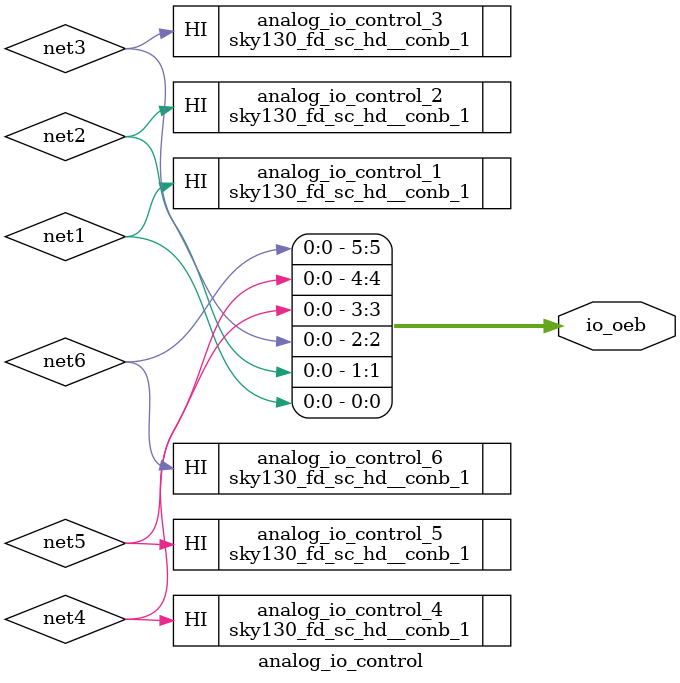
<source format=v>
module analog_io_control (io_oeb);
 output [5:0] io_oeb;

 wire net1;
 wire net2;
 wire net3;
 wire net4;
 wire net5;
 wire net6;

 sky130_fd_sc_hd__decap_3 FILLER_0_0_109 ();
 sky130_ef_sc_hd__decap_12 FILLER_0_0_113 ();
 sky130_ef_sc_hd__decap_12 FILLER_0_0_125 ();
 sky130_fd_sc_hd__decap_3 FILLER_0_0_137 ();
 sky130_fd_sc_hd__decap_4 FILLER_0_0_141 ();
 sky130_fd_sc_hd__fill_1 FILLER_0_0_145 ();
 sky130_ef_sc_hd__decap_12 FILLER_0_0_15 ();
 sky130_fd_sc_hd__fill_1 FILLER_0_0_27 ();
 sky130_ef_sc_hd__decap_12 FILLER_0_0_29 ();
 sky130_ef_sc_hd__decap_12 FILLER_0_0_3 ();
 sky130_ef_sc_hd__decap_12 FILLER_0_0_41 ();
 sky130_fd_sc_hd__decap_3 FILLER_0_0_53 ();
 sky130_ef_sc_hd__decap_12 FILLER_0_0_57 ();
 sky130_ef_sc_hd__decap_12 FILLER_0_0_69 ();
 sky130_fd_sc_hd__decap_3 FILLER_0_0_81 ();
 sky130_ef_sc_hd__decap_12 FILLER_0_0_85 ();
 sky130_ef_sc_hd__decap_12 FILLER_0_0_97 ();
 sky130_ef_sc_hd__decap_12 FILLER_0_10_109 ();
 sky130_ef_sc_hd__decap_12 FILLER_0_10_121 ();
 sky130_fd_sc_hd__decap_6 FILLER_0_10_133 ();
 sky130_fd_sc_hd__fill_1 FILLER_0_10_139 ();
 sky130_fd_sc_hd__decap_4 FILLER_0_10_141 ();
 sky130_fd_sc_hd__fill_1 FILLER_0_10_145 ();
 sky130_ef_sc_hd__decap_12 FILLER_0_10_15 ();
 sky130_fd_sc_hd__fill_1 FILLER_0_10_27 ();
 sky130_ef_sc_hd__decap_12 FILLER_0_10_29 ();
 sky130_ef_sc_hd__decap_12 FILLER_0_10_3 ();
 sky130_ef_sc_hd__decap_12 FILLER_0_10_41 ();
 sky130_ef_sc_hd__decap_12 FILLER_0_10_53 ();
 sky130_ef_sc_hd__decap_12 FILLER_0_10_65 ();
 sky130_fd_sc_hd__decap_6 FILLER_0_10_77 ();
 sky130_fd_sc_hd__fill_1 FILLER_0_10_83 ();
 sky130_ef_sc_hd__decap_12 FILLER_0_10_85 ();
 sky130_ef_sc_hd__decap_12 FILLER_0_10_97 ();
 sky130_fd_sc_hd__decap_6 FILLER_0_11_105 ();
 sky130_fd_sc_hd__fill_1 FILLER_0_11_111 ();
 sky130_ef_sc_hd__decap_12 FILLER_0_11_113 ();
 sky130_ef_sc_hd__decap_12 FILLER_0_11_125 ();
 sky130_fd_sc_hd__decap_8 FILLER_0_11_137 ();
 sky130_fd_sc_hd__fill_1 FILLER_0_11_145 ();
 sky130_ef_sc_hd__decap_12 FILLER_0_11_15 ();
 sky130_ef_sc_hd__decap_12 FILLER_0_11_27 ();
 sky130_ef_sc_hd__decap_12 FILLER_0_11_3 ();
 sky130_ef_sc_hd__decap_12 FILLER_0_11_39 ();
 sky130_fd_sc_hd__decap_4 FILLER_0_11_51 ();
 sky130_fd_sc_hd__fill_1 FILLER_0_11_55 ();
 sky130_ef_sc_hd__decap_12 FILLER_0_11_57 ();
 sky130_ef_sc_hd__decap_12 FILLER_0_11_69 ();
 sky130_ef_sc_hd__decap_12 FILLER_0_11_81 ();
 sky130_ef_sc_hd__decap_12 FILLER_0_11_93 ();
 sky130_ef_sc_hd__decap_12 FILLER_0_12_109 ();
 sky130_ef_sc_hd__decap_12 FILLER_0_12_121 ();
 sky130_fd_sc_hd__decap_6 FILLER_0_12_133 ();
 sky130_fd_sc_hd__fill_1 FILLER_0_12_139 ();
 sky130_fd_sc_hd__decap_4 FILLER_0_12_141 ();
 sky130_fd_sc_hd__fill_1 FILLER_0_12_145 ();
 sky130_ef_sc_hd__decap_12 FILLER_0_12_15 ();
 sky130_fd_sc_hd__fill_1 FILLER_0_12_27 ();
 sky130_ef_sc_hd__decap_12 FILLER_0_12_29 ();
 sky130_ef_sc_hd__decap_12 FILLER_0_12_3 ();
 sky130_ef_sc_hd__decap_12 FILLER_0_12_41 ();
 sky130_ef_sc_hd__decap_12 FILLER_0_12_53 ();
 sky130_ef_sc_hd__decap_12 FILLER_0_12_65 ();
 sky130_fd_sc_hd__decap_6 FILLER_0_12_77 ();
 sky130_fd_sc_hd__fill_1 FILLER_0_12_83 ();
 sky130_ef_sc_hd__decap_12 FILLER_0_12_85 ();
 sky130_ef_sc_hd__decap_12 FILLER_0_12_97 ();
 sky130_fd_sc_hd__decap_6 FILLER_0_13_105 ();
 sky130_fd_sc_hd__fill_1 FILLER_0_13_111 ();
 sky130_ef_sc_hd__decap_12 FILLER_0_13_113 ();
 sky130_ef_sc_hd__decap_12 FILLER_0_13_125 ();
 sky130_fd_sc_hd__decap_8 FILLER_0_13_137 ();
 sky130_fd_sc_hd__fill_1 FILLER_0_13_145 ();
 sky130_ef_sc_hd__decap_12 FILLER_0_13_15 ();
 sky130_ef_sc_hd__decap_12 FILLER_0_13_27 ();
 sky130_ef_sc_hd__decap_12 FILLER_0_13_3 ();
 sky130_ef_sc_hd__decap_12 FILLER_0_13_39 ();
 sky130_fd_sc_hd__decap_4 FILLER_0_13_51 ();
 sky130_fd_sc_hd__fill_1 FILLER_0_13_55 ();
 sky130_ef_sc_hd__decap_12 FILLER_0_13_57 ();
 sky130_ef_sc_hd__decap_12 FILLER_0_13_69 ();
 sky130_ef_sc_hd__decap_12 FILLER_0_13_81 ();
 sky130_ef_sc_hd__decap_12 FILLER_0_13_93 ();
 sky130_ef_sc_hd__decap_12 FILLER_0_14_109 ();
 sky130_ef_sc_hd__decap_12 FILLER_0_14_121 ();
 sky130_fd_sc_hd__decap_6 FILLER_0_14_133 ();
 sky130_fd_sc_hd__fill_1 FILLER_0_14_139 ();
 sky130_fd_sc_hd__decap_4 FILLER_0_14_141 ();
 sky130_fd_sc_hd__fill_1 FILLER_0_14_145 ();
 sky130_ef_sc_hd__decap_12 FILLER_0_14_15 ();
 sky130_fd_sc_hd__fill_1 FILLER_0_14_27 ();
 sky130_ef_sc_hd__decap_12 FILLER_0_14_29 ();
 sky130_ef_sc_hd__decap_12 FILLER_0_14_3 ();
 sky130_ef_sc_hd__decap_12 FILLER_0_14_41 ();
 sky130_ef_sc_hd__decap_12 FILLER_0_14_53 ();
 sky130_ef_sc_hd__decap_12 FILLER_0_14_65 ();
 sky130_fd_sc_hd__decap_6 FILLER_0_14_77 ();
 sky130_fd_sc_hd__fill_1 FILLER_0_14_83 ();
 sky130_ef_sc_hd__decap_12 FILLER_0_14_85 ();
 sky130_ef_sc_hd__decap_12 FILLER_0_14_97 ();
 sky130_fd_sc_hd__decap_6 FILLER_0_15_105 ();
 sky130_fd_sc_hd__fill_1 FILLER_0_15_111 ();
 sky130_ef_sc_hd__decap_12 FILLER_0_15_113 ();
 sky130_ef_sc_hd__decap_12 FILLER_0_15_125 ();
 sky130_fd_sc_hd__decap_8 FILLER_0_15_137 ();
 sky130_fd_sc_hd__fill_1 FILLER_0_15_145 ();
 sky130_ef_sc_hd__decap_12 FILLER_0_15_15 ();
 sky130_ef_sc_hd__decap_12 FILLER_0_15_27 ();
 sky130_ef_sc_hd__decap_12 FILLER_0_15_3 ();
 sky130_ef_sc_hd__decap_12 FILLER_0_15_39 ();
 sky130_fd_sc_hd__decap_4 FILLER_0_15_51 ();
 sky130_fd_sc_hd__fill_1 FILLER_0_15_55 ();
 sky130_ef_sc_hd__decap_12 FILLER_0_15_57 ();
 sky130_ef_sc_hd__decap_12 FILLER_0_15_69 ();
 sky130_ef_sc_hd__decap_12 FILLER_0_15_81 ();
 sky130_ef_sc_hd__decap_12 FILLER_0_15_93 ();
 sky130_ef_sc_hd__decap_12 FILLER_0_16_109 ();
 sky130_ef_sc_hd__decap_12 FILLER_0_16_121 ();
 sky130_fd_sc_hd__decap_6 FILLER_0_16_133 ();
 sky130_fd_sc_hd__fill_1 FILLER_0_16_139 ();
 sky130_fd_sc_hd__decap_4 FILLER_0_16_141 ();
 sky130_fd_sc_hd__fill_1 FILLER_0_16_145 ();
 sky130_ef_sc_hd__decap_12 FILLER_0_16_15 ();
 sky130_fd_sc_hd__fill_1 FILLER_0_16_27 ();
 sky130_ef_sc_hd__decap_12 FILLER_0_16_29 ();
 sky130_ef_sc_hd__decap_12 FILLER_0_16_3 ();
 sky130_ef_sc_hd__decap_12 FILLER_0_16_41 ();
 sky130_ef_sc_hd__decap_12 FILLER_0_16_53 ();
 sky130_ef_sc_hd__decap_12 FILLER_0_16_65 ();
 sky130_fd_sc_hd__decap_6 FILLER_0_16_77 ();
 sky130_fd_sc_hd__fill_1 FILLER_0_16_83 ();
 sky130_ef_sc_hd__decap_12 FILLER_0_16_85 ();
 sky130_ef_sc_hd__decap_12 FILLER_0_16_97 ();
 sky130_fd_sc_hd__decap_6 FILLER_0_17_105 ();
 sky130_fd_sc_hd__fill_1 FILLER_0_17_111 ();
 sky130_ef_sc_hd__decap_12 FILLER_0_17_113 ();
 sky130_ef_sc_hd__decap_12 FILLER_0_17_125 ();
 sky130_fd_sc_hd__decap_8 FILLER_0_17_137 ();
 sky130_fd_sc_hd__fill_1 FILLER_0_17_145 ();
 sky130_ef_sc_hd__decap_12 FILLER_0_17_15 ();
 sky130_ef_sc_hd__decap_12 FILLER_0_17_27 ();
 sky130_ef_sc_hd__decap_12 FILLER_0_17_3 ();
 sky130_ef_sc_hd__decap_12 FILLER_0_17_39 ();
 sky130_fd_sc_hd__decap_4 FILLER_0_17_51 ();
 sky130_fd_sc_hd__fill_1 FILLER_0_17_55 ();
 sky130_ef_sc_hd__decap_12 FILLER_0_17_57 ();
 sky130_ef_sc_hd__decap_12 FILLER_0_17_69 ();
 sky130_ef_sc_hd__decap_12 FILLER_0_17_81 ();
 sky130_ef_sc_hd__decap_12 FILLER_0_17_93 ();
 sky130_ef_sc_hd__decap_12 FILLER_0_18_109 ();
 sky130_ef_sc_hd__decap_12 FILLER_0_18_121 ();
 sky130_fd_sc_hd__decap_6 FILLER_0_18_133 ();
 sky130_fd_sc_hd__fill_1 FILLER_0_18_139 ();
 sky130_fd_sc_hd__fill_2 FILLER_0_18_141 ();
 sky130_ef_sc_hd__decap_12 FILLER_0_18_15 ();
 sky130_fd_sc_hd__fill_1 FILLER_0_18_27 ();
 sky130_ef_sc_hd__decap_12 FILLER_0_18_29 ();
 sky130_ef_sc_hd__decap_12 FILLER_0_18_3 ();
 sky130_ef_sc_hd__decap_12 FILLER_0_18_41 ();
 sky130_ef_sc_hd__decap_12 FILLER_0_18_53 ();
 sky130_ef_sc_hd__decap_12 FILLER_0_18_65 ();
 sky130_fd_sc_hd__decap_6 FILLER_0_18_77 ();
 sky130_fd_sc_hd__fill_1 FILLER_0_18_83 ();
 sky130_ef_sc_hd__decap_12 FILLER_0_18_85 ();
 sky130_ef_sc_hd__decap_12 FILLER_0_18_97 ();
 sky130_fd_sc_hd__decap_6 FILLER_0_19_105 ();
 sky130_fd_sc_hd__fill_1 FILLER_0_19_111 ();
 sky130_ef_sc_hd__decap_12 FILLER_0_19_113 ();
 sky130_ef_sc_hd__decap_12 FILLER_0_19_125 ();
 sky130_fd_sc_hd__decap_8 FILLER_0_19_137 ();
 sky130_fd_sc_hd__fill_1 FILLER_0_19_145 ();
 sky130_ef_sc_hd__decap_12 FILLER_0_19_15 ();
 sky130_ef_sc_hd__decap_12 FILLER_0_19_27 ();
 sky130_ef_sc_hd__decap_12 FILLER_0_19_3 ();
 sky130_ef_sc_hd__decap_12 FILLER_0_19_39 ();
 sky130_fd_sc_hd__decap_4 FILLER_0_19_51 ();
 sky130_fd_sc_hd__fill_1 FILLER_0_19_55 ();
 sky130_ef_sc_hd__decap_12 FILLER_0_19_57 ();
 sky130_ef_sc_hd__decap_12 FILLER_0_19_69 ();
 sky130_ef_sc_hd__decap_12 FILLER_0_19_81 ();
 sky130_ef_sc_hd__decap_12 FILLER_0_19_93 ();
 sky130_fd_sc_hd__decap_6 FILLER_0_1_105 ();
 sky130_fd_sc_hd__fill_1 FILLER_0_1_111 ();
 sky130_ef_sc_hd__decap_12 FILLER_0_1_113 ();
 sky130_ef_sc_hd__decap_12 FILLER_0_1_125 ();
 sky130_fd_sc_hd__decap_8 FILLER_0_1_137 ();
 sky130_fd_sc_hd__fill_1 FILLER_0_1_145 ();
 sky130_ef_sc_hd__decap_12 FILLER_0_1_15 ();
 sky130_ef_sc_hd__decap_12 FILLER_0_1_27 ();
 sky130_ef_sc_hd__decap_12 FILLER_0_1_3 ();
 sky130_ef_sc_hd__decap_12 FILLER_0_1_39 ();
 sky130_fd_sc_hd__decap_4 FILLER_0_1_51 ();
 sky130_fd_sc_hd__fill_1 FILLER_0_1_55 ();
 sky130_ef_sc_hd__decap_12 FILLER_0_1_57 ();
 sky130_ef_sc_hd__decap_12 FILLER_0_1_69 ();
 sky130_ef_sc_hd__decap_12 FILLER_0_1_81 ();
 sky130_ef_sc_hd__decap_12 FILLER_0_1_93 ();
 sky130_ef_sc_hd__decap_12 FILLER_0_20_109 ();
 sky130_ef_sc_hd__decap_12 FILLER_0_20_121 ();
 sky130_fd_sc_hd__decap_6 FILLER_0_20_133 ();
 sky130_fd_sc_hd__fill_1 FILLER_0_20_139 ();
 sky130_fd_sc_hd__decap_4 FILLER_0_20_141 ();
 sky130_fd_sc_hd__fill_1 FILLER_0_20_145 ();
 sky130_ef_sc_hd__decap_12 FILLER_0_20_15 ();
 sky130_fd_sc_hd__fill_1 FILLER_0_20_27 ();
 sky130_ef_sc_hd__decap_12 FILLER_0_20_29 ();
 sky130_ef_sc_hd__decap_12 FILLER_0_20_3 ();
 sky130_ef_sc_hd__decap_12 FILLER_0_20_41 ();
 sky130_ef_sc_hd__decap_12 FILLER_0_20_53 ();
 sky130_ef_sc_hd__decap_12 FILLER_0_20_65 ();
 sky130_fd_sc_hd__decap_6 FILLER_0_20_77 ();
 sky130_fd_sc_hd__fill_1 FILLER_0_20_83 ();
 sky130_ef_sc_hd__decap_12 FILLER_0_20_85 ();
 sky130_ef_sc_hd__decap_12 FILLER_0_20_97 ();
 sky130_fd_sc_hd__decap_6 FILLER_0_21_105 ();
 sky130_fd_sc_hd__fill_1 FILLER_0_21_111 ();
 sky130_ef_sc_hd__decap_12 FILLER_0_21_113 ();
 sky130_ef_sc_hd__decap_12 FILLER_0_21_125 ();
 sky130_fd_sc_hd__decap_8 FILLER_0_21_137 ();
 sky130_fd_sc_hd__fill_1 FILLER_0_21_145 ();
 sky130_ef_sc_hd__decap_12 FILLER_0_21_15 ();
 sky130_ef_sc_hd__decap_12 FILLER_0_21_27 ();
 sky130_ef_sc_hd__decap_12 FILLER_0_21_3 ();
 sky130_ef_sc_hd__decap_12 FILLER_0_21_39 ();
 sky130_fd_sc_hd__decap_4 FILLER_0_21_51 ();
 sky130_fd_sc_hd__fill_1 FILLER_0_21_55 ();
 sky130_ef_sc_hd__decap_12 FILLER_0_21_57 ();
 sky130_ef_sc_hd__decap_12 FILLER_0_21_69 ();
 sky130_ef_sc_hd__decap_12 FILLER_0_21_81 ();
 sky130_ef_sc_hd__decap_12 FILLER_0_21_93 ();
 sky130_ef_sc_hd__decap_12 FILLER_0_22_109 ();
 sky130_ef_sc_hd__decap_12 FILLER_0_22_121 ();
 sky130_fd_sc_hd__decap_6 FILLER_0_22_133 ();
 sky130_fd_sc_hd__fill_1 FILLER_0_22_139 ();
 sky130_fd_sc_hd__decap_4 FILLER_0_22_141 ();
 sky130_fd_sc_hd__fill_1 FILLER_0_22_145 ();
 sky130_ef_sc_hd__decap_12 FILLER_0_22_15 ();
 sky130_fd_sc_hd__fill_1 FILLER_0_22_27 ();
 sky130_ef_sc_hd__decap_12 FILLER_0_22_29 ();
 sky130_ef_sc_hd__decap_12 FILLER_0_22_3 ();
 sky130_ef_sc_hd__decap_12 FILLER_0_22_41 ();
 sky130_ef_sc_hd__decap_12 FILLER_0_22_53 ();
 sky130_ef_sc_hd__decap_12 FILLER_0_22_65 ();
 sky130_fd_sc_hd__decap_6 FILLER_0_22_77 ();
 sky130_fd_sc_hd__fill_1 FILLER_0_22_83 ();
 sky130_ef_sc_hd__decap_12 FILLER_0_22_85 ();
 sky130_ef_sc_hd__decap_12 FILLER_0_22_97 ();
 sky130_fd_sc_hd__decap_6 FILLER_0_23_105 ();
 sky130_fd_sc_hd__fill_1 FILLER_0_23_111 ();
 sky130_ef_sc_hd__decap_12 FILLER_0_23_113 ();
 sky130_ef_sc_hd__decap_12 FILLER_0_23_125 ();
 sky130_fd_sc_hd__decap_8 FILLER_0_23_137 ();
 sky130_fd_sc_hd__fill_1 FILLER_0_23_145 ();
 sky130_ef_sc_hd__decap_12 FILLER_0_23_15 ();
 sky130_ef_sc_hd__decap_12 FILLER_0_23_27 ();
 sky130_ef_sc_hd__decap_12 FILLER_0_23_3 ();
 sky130_ef_sc_hd__decap_12 FILLER_0_23_39 ();
 sky130_fd_sc_hd__decap_4 FILLER_0_23_51 ();
 sky130_fd_sc_hd__fill_1 FILLER_0_23_55 ();
 sky130_ef_sc_hd__decap_12 FILLER_0_23_57 ();
 sky130_ef_sc_hd__decap_12 FILLER_0_23_69 ();
 sky130_ef_sc_hd__decap_12 FILLER_0_23_81 ();
 sky130_ef_sc_hd__decap_12 FILLER_0_23_93 ();
 sky130_ef_sc_hd__decap_12 FILLER_0_24_109 ();
 sky130_ef_sc_hd__decap_12 FILLER_0_24_121 ();
 sky130_fd_sc_hd__decap_6 FILLER_0_24_133 ();
 sky130_fd_sc_hd__fill_1 FILLER_0_24_139 ();
 sky130_fd_sc_hd__decap_4 FILLER_0_24_141 ();
 sky130_fd_sc_hd__fill_1 FILLER_0_24_145 ();
 sky130_ef_sc_hd__decap_12 FILLER_0_24_15 ();
 sky130_fd_sc_hd__fill_1 FILLER_0_24_27 ();
 sky130_ef_sc_hd__decap_12 FILLER_0_24_29 ();
 sky130_ef_sc_hd__decap_12 FILLER_0_24_3 ();
 sky130_ef_sc_hd__decap_12 FILLER_0_24_41 ();
 sky130_ef_sc_hd__decap_12 FILLER_0_24_53 ();
 sky130_ef_sc_hd__decap_12 FILLER_0_24_65 ();
 sky130_fd_sc_hd__decap_6 FILLER_0_24_77 ();
 sky130_fd_sc_hd__fill_1 FILLER_0_24_83 ();
 sky130_ef_sc_hd__decap_12 FILLER_0_24_85 ();
 sky130_ef_sc_hd__decap_12 FILLER_0_24_97 ();
 sky130_fd_sc_hd__decap_6 FILLER_0_25_105 ();
 sky130_fd_sc_hd__fill_1 FILLER_0_25_111 ();
 sky130_ef_sc_hd__decap_12 FILLER_0_25_113 ();
 sky130_ef_sc_hd__decap_12 FILLER_0_25_125 ();
 sky130_fd_sc_hd__decap_8 FILLER_0_25_137 ();
 sky130_fd_sc_hd__fill_1 FILLER_0_25_145 ();
 sky130_ef_sc_hd__decap_12 FILLER_0_25_15 ();
 sky130_ef_sc_hd__decap_12 FILLER_0_25_27 ();
 sky130_ef_sc_hd__decap_12 FILLER_0_25_3 ();
 sky130_ef_sc_hd__decap_12 FILLER_0_25_39 ();
 sky130_fd_sc_hd__decap_4 FILLER_0_25_51 ();
 sky130_fd_sc_hd__fill_1 FILLER_0_25_55 ();
 sky130_ef_sc_hd__decap_12 FILLER_0_25_57 ();
 sky130_ef_sc_hd__decap_12 FILLER_0_25_69 ();
 sky130_ef_sc_hd__decap_12 FILLER_0_25_81 ();
 sky130_ef_sc_hd__decap_12 FILLER_0_25_93 ();
 sky130_ef_sc_hd__decap_12 FILLER_0_26_109 ();
 sky130_ef_sc_hd__decap_12 FILLER_0_26_121 ();
 sky130_fd_sc_hd__decap_6 FILLER_0_26_133 ();
 sky130_fd_sc_hd__fill_1 FILLER_0_26_139 ();
 sky130_fd_sc_hd__decap_4 FILLER_0_26_141 ();
 sky130_fd_sc_hd__fill_1 FILLER_0_26_145 ();
 sky130_ef_sc_hd__decap_12 FILLER_0_26_15 ();
 sky130_fd_sc_hd__fill_1 FILLER_0_26_27 ();
 sky130_ef_sc_hd__decap_12 FILLER_0_26_29 ();
 sky130_ef_sc_hd__decap_12 FILLER_0_26_3 ();
 sky130_ef_sc_hd__decap_12 FILLER_0_26_41 ();
 sky130_ef_sc_hd__decap_12 FILLER_0_26_53 ();
 sky130_ef_sc_hd__decap_12 FILLER_0_26_65 ();
 sky130_fd_sc_hd__decap_6 FILLER_0_26_77 ();
 sky130_fd_sc_hd__fill_1 FILLER_0_26_83 ();
 sky130_ef_sc_hd__decap_12 FILLER_0_26_85 ();
 sky130_ef_sc_hd__decap_12 FILLER_0_26_97 ();
 sky130_fd_sc_hd__decap_6 FILLER_0_27_105 ();
 sky130_fd_sc_hd__fill_1 FILLER_0_27_111 ();
 sky130_ef_sc_hd__decap_12 FILLER_0_27_113 ();
 sky130_ef_sc_hd__decap_12 FILLER_0_27_125 ();
 sky130_fd_sc_hd__decap_8 FILLER_0_27_137 ();
 sky130_fd_sc_hd__fill_1 FILLER_0_27_145 ();
 sky130_ef_sc_hd__decap_12 FILLER_0_27_15 ();
 sky130_ef_sc_hd__decap_12 FILLER_0_27_27 ();
 sky130_ef_sc_hd__decap_12 FILLER_0_27_3 ();
 sky130_ef_sc_hd__decap_12 FILLER_0_27_39 ();
 sky130_fd_sc_hd__decap_4 FILLER_0_27_51 ();
 sky130_fd_sc_hd__fill_1 FILLER_0_27_55 ();
 sky130_ef_sc_hd__decap_12 FILLER_0_27_57 ();
 sky130_ef_sc_hd__decap_12 FILLER_0_27_69 ();
 sky130_ef_sc_hd__decap_12 FILLER_0_27_81 ();
 sky130_ef_sc_hd__decap_12 FILLER_0_27_93 ();
 sky130_ef_sc_hd__decap_12 FILLER_0_28_109 ();
 sky130_ef_sc_hd__decap_12 FILLER_0_28_121 ();
 sky130_fd_sc_hd__decap_6 FILLER_0_28_133 ();
 sky130_fd_sc_hd__fill_1 FILLER_0_28_139 ();
 sky130_fd_sc_hd__decap_4 FILLER_0_28_141 ();
 sky130_fd_sc_hd__fill_1 FILLER_0_28_145 ();
 sky130_ef_sc_hd__decap_12 FILLER_0_28_15 ();
 sky130_fd_sc_hd__fill_1 FILLER_0_28_27 ();
 sky130_ef_sc_hd__decap_12 FILLER_0_28_29 ();
 sky130_ef_sc_hd__decap_12 FILLER_0_28_3 ();
 sky130_ef_sc_hd__decap_12 FILLER_0_28_41 ();
 sky130_ef_sc_hd__decap_12 FILLER_0_28_53 ();
 sky130_ef_sc_hd__decap_12 FILLER_0_28_65 ();
 sky130_fd_sc_hd__decap_6 FILLER_0_28_77 ();
 sky130_fd_sc_hd__fill_1 FILLER_0_28_83 ();
 sky130_ef_sc_hd__decap_12 FILLER_0_28_85 ();
 sky130_ef_sc_hd__decap_12 FILLER_0_28_97 ();
 sky130_fd_sc_hd__decap_6 FILLER_0_29_105 ();
 sky130_fd_sc_hd__fill_1 FILLER_0_29_111 ();
 sky130_ef_sc_hd__decap_12 FILLER_0_29_113 ();
 sky130_ef_sc_hd__decap_12 FILLER_0_29_125 ();
 sky130_fd_sc_hd__decap_8 FILLER_0_29_137 ();
 sky130_fd_sc_hd__fill_1 FILLER_0_29_145 ();
 sky130_ef_sc_hd__decap_12 FILLER_0_29_15 ();
 sky130_ef_sc_hd__decap_12 FILLER_0_29_27 ();
 sky130_ef_sc_hd__decap_12 FILLER_0_29_3 ();
 sky130_ef_sc_hd__decap_12 FILLER_0_29_39 ();
 sky130_fd_sc_hd__decap_4 FILLER_0_29_51 ();
 sky130_fd_sc_hd__fill_1 FILLER_0_29_55 ();
 sky130_ef_sc_hd__decap_12 FILLER_0_29_57 ();
 sky130_ef_sc_hd__decap_12 FILLER_0_29_69 ();
 sky130_ef_sc_hd__decap_12 FILLER_0_29_81 ();
 sky130_ef_sc_hd__decap_12 FILLER_0_29_93 ();
 sky130_ef_sc_hd__decap_12 FILLER_0_2_109 ();
 sky130_ef_sc_hd__decap_12 FILLER_0_2_121 ();
 sky130_fd_sc_hd__decap_6 FILLER_0_2_133 ();
 sky130_fd_sc_hd__fill_1 FILLER_0_2_139 ();
 sky130_fd_sc_hd__decap_4 FILLER_0_2_141 ();
 sky130_fd_sc_hd__fill_1 FILLER_0_2_145 ();
 sky130_ef_sc_hd__decap_12 FILLER_0_2_15 ();
 sky130_fd_sc_hd__fill_1 FILLER_0_2_27 ();
 sky130_ef_sc_hd__decap_12 FILLER_0_2_29 ();
 sky130_ef_sc_hd__decap_12 FILLER_0_2_3 ();
 sky130_ef_sc_hd__decap_12 FILLER_0_2_41 ();
 sky130_ef_sc_hd__decap_12 FILLER_0_2_53 ();
 sky130_ef_sc_hd__decap_12 FILLER_0_2_65 ();
 sky130_fd_sc_hd__decap_6 FILLER_0_2_77 ();
 sky130_fd_sc_hd__fill_1 FILLER_0_2_83 ();
 sky130_ef_sc_hd__decap_12 FILLER_0_2_85 ();
 sky130_ef_sc_hd__decap_12 FILLER_0_2_97 ();
 sky130_ef_sc_hd__decap_12 FILLER_0_30_109 ();
 sky130_ef_sc_hd__decap_12 FILLER_0_30_121 ();
 sky130_fd_sc_hd__decap_6 FILLER_0_30_133 ();
 sky130_fd_sc_hd__fill_1 FILLER_0_30_139 ();
 sky130_fd_sc_hd__decap_4 FILLER_0_30_141 ();
 sky130_fd_sc_hd__fill_1 FILLER_0_30_145 ();
 sky130_ef_sc_hd__decap_12 FILLER_0_30_15 ();
 sky130_fd_sc_hd__fill_1 FILLER_0_30_27 ();
 sky130_ef_sc_hd__decap_12 FILLER_0_30_29 ();
 sky130_ef_sc_hd__decap_12 FILLER_0_30_3 ();
 sky130_ef_sc_hd__decap_12 FILLER_0_30_41 ();
 sky130_ef_sc_hd__decap_12 FILLER_0_30_53 ();
 sky130_ef_sc_hd__decap_12 FILLER_0_30_65 ();
 sky130_fd_sc_hd__decap_6 FILLER_0_30_77 ();
 sky130_fd_sc_hd__fill_1 FILLER_0_30_83 ();
 sky130_ef_sc_hd__decap_12 FILLER_0_30_85 ();
 sky130_ef_sc_hd__decap_12 FILLER_0_30_97 ();
 sky130_fd_sc_hd__decap_6 FILLER_0_31_105 ();
 sky130_fd_sc_hd__fill_1 FILLER_0_31_111 ();
 sky130_ef_sc_hd__decap_12 FILLER_0_31_113 ();
 sky130_ef_sc_hd__decap_12 FILLER_0_31_125 ();
 sky130_fd_sc_hd__decap_8 FILLER_0_31_137 ();
 sky130_fd_sc_hd__fill_1 FILLER_0_31_145 ();
 sky130_ef_sc_hd__decap_12 FILLER_0_31_15 ();
 sky130_ef_sc_hd__decap_12 FILLER_0_31_27 ();
 sky130_ef_sc_hd__decap_12 FILLER_0_31_3 ();
 sky130_ef_sc_hd__decap_12 FILLER_0_31_39 ();
 sky130_fd_sc_hd__decap_4 FILLER_0_31_51 ();
 sky130_fd_sc_hd__fill_1 FILLER_0_31_55 ();
 sky130_ef_sc_hd__decap_12 FILLER_0_31_57 ();
 sky130_ef_sc_hd__decap_12 FILLER_0_31_69 ();
 sky130_ef_sc_hd__decap_12 FILLER_0_31_81 ();
 sky130_ef_sc_hd__decap_12 FILLER_0_31_93 ();
 sky130_ef_sc_hd__decap_12 FILLER_0_32_109 ();
 sky130_ef_sc_hd__decap_12 FILLER_0_32_121 ();
 sky130_fd_sc_hd__decap_6 FILLER_0_32_133 ();
 sky130_fd_sc_hd__fill_1 FILLER_0_32_139 ();
 sky130_fd_sc_hd__decap_4 FILLER_0_32_141 ();
 sky130_fd_sc_hd__fill_1 FILLER_0_32_145 ();
 sky130_ef_sc_hd__decap_12 FILLER_0_32_15 ();
 sky130_fd_sc_hd__fill_1 FILLER_0_32_27 ();
 sky130_ef_sc_hd__decap_12 FILLER_0_32_29 ();
 sky130_ef_sc_hd__decap_12 FILLER_0_32_3 ();
 sky130_ef_sc_hd__decap_12 FILLER_0_32_41 ();
 sky130_ef_sc_hd__decap_12 FILLER_0_32_53 ();
 sky130_ef_sc_hd__decap_12 FILLER_0_32_65 ();
 sky130_fd_sc_hd__decap_6 FILLER_0_32_77 ();
 sky130_fd_sc_hd__fill_1 FILLER_0_32_83 ();
 sky130_ef_sc_hd__decap_12 FILLER_0_32_85 ();
 sky130_ef_sc_hd__decap_12 FILLER_0_32_97 ();
 sky130_fd_sc_hd__decap_6 FILLER_0_33_105 ();
 sky130_fd_sc_hd__fill_1 FILLER_0_33_111 ();
 sky130_ef_sc_hd__decap_12 FILLER_0_33_113 ();
 sky130_ef_sc_hd__decap_12 FILLER_0_33_125 ();
 sky130_fd_sc_hd__decap_6 FILLER_0_33_137 ();
 sky130_ef_sc_hd__decap_12 FILLER_0_33_15 ();
 sky130_ef_sc_hd__decap_12 FILLER_0_33_27 ();
 sky130_ef_sc_hd__decap_12 FILLER_0_33_3 ();
 sky130_ef_sc_hd__decap_12 FILLER_0_33_39 ();
 sky130_fd_sc_hd__decap_4 FILLER_0_33_51 ();
 sky130_fd_sc_hd__fill_1 FILLER_0_33_55 ();
 sky130_ef_sc_hd__decap_12 FILLER_0_33_57 ();
 sky130_ef_sc_hd__decap_12 FILLER_0_33_69 ();
 sky130_ef_sc_hd__decap_12 FILLER_0_33_81 ();
 sky130_ef_sc_hd__decap_12 FILLER_0_33_93 ();
 sky130_ef_sc_hd__decap_12 FILLER_0_34_109 ();
 sky130_ef_sc_hd__decap_12 FILLER_0_34_121 ();
 sky130_fd_sc_hd__decap_6 FILLER_0_34_133 ();
 sky130_fd_sc_hd__fill_1 FILLER_0_34_139 ();
 sky130_fd_sc_hd__decap_4 FILLER_0_34_141 ();
 sky130_fd_sc_hd__fill_1 FILLER_0_34_145 ();
 sky130_ef_sc_hd__decap_12 FILLER_0_34_15 ();
 sky130_fd_sc_hd__fill_1 FILLER_0_34_27 ();
 sky130_ef_sc_hd__decap_12 FILLER_0_34_29 ();
 sky130_ef_sc_hd__decap_12 FILLER_0_34_3 ();
 sky130_ef_sc_hd__decap_12 FILLER_0_34_41 ();
 sky130_ef_sc_hd__decap_12 FILLER_0_34_53 ();
 sky130_ef_sc_hd__decap_12 FILLER_0_34_65 ();
 sky130_fd_sc_hd__decap_6 FILLER_0_34_77 ();
 sky130_fd_sc_hd__fill_1 FILLER_0_34_83 ();
 sky130_ef_sc_hd__decap_12 FILLER_0_34_85 ();
 sky130_ef_sc_hd__decap_12 FILLER_0_34_97 ();
 sky130_fd_sc_hd__decap_6 FILLER_0_35_105 ();
 sky130_fd_sc_hd__fill_1 FILLER_0_35_111 ();
 sky130_ef_sc_hd__decap_12 FILLER_0_35_113 ();
 sky130_ef_sc_hd__decap_12 FILLER_0_35_125 ();
 sky130_fd_sc_hd__decap_8 FILLER_0_35_137 ();
 sky130_fd_sc_hd__fill_1 FILLER_0_35_145 ();
 sky130_ef_sc_hd__decap_12 FILLER_0_35_15 ();
 sky130_ef_sc_hd__decap_12 FILLER_0_35_27 ();
 sky130_ef_sc_hd__decap_12 FILLER_0_35_3 ();
 sky130_ef_sc_hd__decap_12 FILLER_0_35_39 ();
 sky130_fd_sc_hd__decap_4 FILLER_0_35_51 ();
 sky130_fd_sc_hd__fill_1 FILLER_0_35_55 ();
 sky130_ef_sc_hd__decap_12 FILLER_0_35_57 ();
 sky130_ef_sc_hd__decap_12 FILLER_0_35_69 ();
 sky130_ef_sc_hd__decap_12 FILLER_0_35_81 ();
 sky130_ef_sc_hd__decap_12 FILLER_0_35_93 ();
 sky130_ef_sc_hd__decap_12 FILLER_0_36_109 ();
 sky130_ef_sc_hd__decap_12 FILLER_0_36_121 ();
 sky130_fd_sc_hd__decap_6 FILLER_0_36_133 ();
 sky130_fd_sc_hd__fill_1 FILLER_0_36_139 ();
 sky130_fd_sc_hd__decap_4 FILLER_0_36_141 ();
 sky130_fd_sc_hd__fill_1 FILLER_0_36_145 ();
 sky130_ef_sc_hd__decap_12 FILLER_0_36_15 ();
 sky130_fd_sc_hd__fill_1 FILLER_0_36_27 ();
 sky130_ef_sc_hd__decap_12 FILLER_0_36_29 ();
 sky130_ef_sc_hd__decap_12 FILLER_0_36_3 ();
 sky130_ef_sc_hd__decap_12 FILLER_0_36_41 ();
 sky130_ef_sc_hd__decap_12 FILLER_0_36_53 ();
 sky130_ef_sc_hd__decap_12 FILLER_0_36_65 ();
 sky130_fd_sc_hd__decap_6 FILLER_0_36_77 ();
 sky130_fd_sc_hd__fill_1 FILLER_0_36_83 ();
 sky130_ef_sc_hd__decap_12 FILLER_0_36_85 ();
 sky130_ef_sc_hd__decap_12 FILLER_0_36_97 ();
 sky130_fd_sc_hd__decap_6 FILLER_0_37_105 ();
 sky130_fd_sc_hd__fill_1 FILLER_0_37_111 ();
 sky130_ef_sc_hd__decap_12 FILLER_0_37_113 ();
 sky130_ef_sc_hd__decap_12 FILLER_0_37_125 ();
 sky130_fd_sc_hd__decap_8 FILLER_0_37_137 ();
 sky130_fd_sc_hd__fill_1 FILLER_0_37_145 ();
 sky130_ef_sc_hd__decap_12 FILLER_0_37_15 ();
 sky130_ef_sc_hd__decap_12 FILLER_0_37_27 ();
 sky130_ef_sc_hd__decap_12 FILLER_0_37_3 ();
 sky130_ef_sc_hd__decap_12 FILLER_0_37_39 ();
 sky130_fd_sc_hd__decap_4 FILLER_0_37_51 ();
 sky130_fd_sc_hd__fill_1 FILLER_0_37_55 ();
 sky130_ef_sc_hd__decap_12 FILLER_0_37_57 ();
 sky130_ef_sc_hd__decap_12 FILLER_0_37_69 ();
 sky130_ef_sc_hd__decap_12 FILLER_0_37_81 ();
 sky130_ef_sc_hd__decap_12 FILLER_0_37_93 ();
 sky130_ef_sc_hd__decap_12 FILLER_0_38_109 ();
 sky130_ef_sc_hd__decap_12 FILLER_0_38_121 ();
 sky130_fd_sc_hd__decap_6 FILLER_0_38_133 ();
 sky130_fd_sc_hd__fill_1 FILLER_0_38_139 ();
 sky130_fd_sc_hd__decap_4 FILLER_0_38_141 ();
 sky130_fd_sc_hd__fill_1 FILLER_0_38_145 ();
 sky130_ef_sc_hd__decap_12 FILLER_0_38_15 ();
 sky130_fd_sc_hd__fill_1 FILLER_0_38_27 ();
 sky130_ef_sc_hd__decap_12 FILLER_0_38_29 ();
 sky130_ef_sc_hd__decap_12 FILLER_0_38_3 ();
 sky130_ef_sc_hd__decap_12 FILLER_0_38_41 ();
 sky130_ef_sc_hd__decap_12 FILLER_0_38_53 ();
 sky130_ef_sc_hd__decap_12 FILLER_0_38_65 ();
 sky130_fd_sc_hd__decap_6 FILLER_0_38_77 ();
 sky130_fd_sc_hd__fill_1 FILLER_0_38_83 ();
 sky130_ef_sc_hd__decap_12 FILLER_0_38_85 ();
 sky130_ef_sc_hd__decap_12 FILLER_0_38_97 ();
 sky130_fd_sc_hd__decap_6 FILLER_0_39_105 ();
 sky130_fd_sc_hd__fill_1 FILLER_0_39_111 ();
 sky130_ef_sc_hd__decap_12 FILLER_0_39_113 ();
 sky130_ef_sc_hd__decap_12 FILLER_0_39_125 ();
 sky130_fd_sc_hd__decap_8 FILLER_0_39_137 ();
 sky130_fd_sc_hd__fill_1 FILLER_0_39_145 ();
 sky130_ef_sc_hd__decap_12 FILLER_0_39_15 ();
 sky130_ef_sc_hd__decap_12 FILLER_0_39_27 ();
 sky130_ef_sc_hd__decap_12 FILLER_0_39_3 ();
 sky130_ef_sc_hd__decap_12 FILLER_0_39_39 ();
 sky130_fd_sc_hd__decap_4 FILLER_0_39_51 ();
 sky130_fd_sc_hd__fill_1 FILLER_0_39_55 ();
 sky130_ef_sc_hd__decap_12 FILLER_0_39_57 ();
 sky130_ef_sc_hd__decap_12 FILLER_0_39_69 ();
 sky130_ef_sc_hd__decap_12 FILLER_0_39_81 ();
 sky130_ef_sc_hd__decap_12 FILLER_0_39_93 ();
 sky130_fd_sc_hd__decap_6 FILLER_0_3_105 ();
 sky130_fd_sc_hd__fill_1 FILLER_0_3_111 ();
 sky130_ef_sc_hd__decap_12 FILLER_0_3_113 ();
 sky130_ef_sc_hd__decap_12 FILLER_0_3_125 ();
 sky130_fd_sc_hd__decap_8 FILLER_0_3_137 ();
 sky130_fd_sc_hd__fill_1 FILLER_0_3_145 ();
 sky130_ef_sc_hd__decap_12 FILLER_0_3_15 ();
 sky130_ef_sc_hd__decap_12 FILLER_0_3_27 ();
 sky130_ef_sc_hd__decap_12 FILLER_0_3_3 ();
 sky130_ef_sc_hd__decap_12 FILLER_0_3_39 ();
 sky130_fd_sc_hd__decap_4 FILLER_0_3_51 ();
 sky130_fd_sc_hd__fill_1 FILLER_0_3_55 ();
 sky130_ef_sc_hd__decap_12 FILLER_0_3_57 ();
 sky130_ef_sc_hd__decap_12 FILLER_0_3_69 ();
 sky130_ef_sc_hd__decap_12 FILLER_0_3_81 ();
 sky130_ef_sc_hd__decap_12 FILLER_0_3_93 ();
 sky130_ef_sc_hd__decap_12 FILLER_0_40_109 ();
 sky130_ef_sc_hd__decap_12 FILLER_0_40_121 ();
 sky130_fd_sc_hd__decap_6 FILLER_0_40_133 ();
 sky130_fd_sc_hd__fill_1 FILLER_0_40_139 ();
 sky130_fd_sc_hd__decap_4 FILLER_0_40_141 ();
 sky130_fd_sc_hd__fill_1 FILLER_0_40_145 ();
 sky130_ef_sc_hd__decap_12 FILLER_0_40_15 ();
 sky130_fd_sc_hd__fill_1 FILLER_0_40_27 ();
 sky130_ef_sc_hd__decap_12 FILLER_0_40_29 ();
 sky130_ef_sc_hd__decap_12 FILLER_0_40_3 ();
 sky130_ef_sc_hd__decap_12 FILLER_0_40_41 ();
 sky130_ef_sc_hd__decap_12 FILLER_0_40_53 ();
 sky130_ef_sc_hd__decap_12 FILLER_0_40_65 ();
 sky130_fd_sc_hd__decap_6 FILLER_0_40_77 ();
 sky130_fd_sc_hd__fill_1 FILLER_0_40_83 ();
 sky130_ef_sc_hd__decap_12 FILLER_0_40_85 ();
 sky130_ef_sc_hd__decap_12 FILLER_0_40_97 ();
 sky130_fd_sc_hd__decap_6 FILLER_0_41_105 ();
 sky130_fd_sc_hd__fill_1 FILLER_0_41_111 ();
 sky130_ef_sc_hd__decap_12 FILLER_0_41_113 ();
 sky130_ef_sc_hd__decap_12 FILLER_0_41_125 ();
 sky130_fd_sc_hd__decap_8 FILLER_0_41_137 ();
 sky130_fd_sc_hd__fill_1 FILLER_0_41_145 ();
 sky130_ef_sc_hd__decap_12 FILLER_0_41_15 ();
 sky130_ef_sc_hd__decap_12 FILLER_0_41_27 ();
 sky130_ef_sc_hd__decap_12 FILLER_0_41_3 ();
 sky130_ef_sc_hd__decap_12 FILLER_0_41_39 ();
 sky130_fd_sc_hd__decap_4 FILLER_0_41_51 ();
 sky130_fd_sc_hd__fill_1 FILLER_0_41_55 ();
 sky130_ef_sc_hd__decap_12 FILLER_0_41_57 ();
 sky130_ef_sc_hd__decap_12 FILLER_0_41_69 ();
 sky130_ef_sc_hd__decap_12 FILLER_0_41_81 ();
 sky130_ef_sc_hd__decap_12 FILLER_0_41_93 ();
 sky130_ef_sc_hd__decap_12 FILLER_0_42_109 ();
 sky130_ef_sc_hd__decap_12 FILLER_0_42_121 ();
 sky130_fd_sc_hd__decap_6 FILLER_0_42_133 ();
 sky130_fd_sc_hd__fill_1 FILLER_0_42_139 ();
 sky130_fd_sc_hd__decap_4 FILLER_0_42_141 ();
 sky130_fd_sc_hd__fill_1 FILLER_0_42_145 ();
 sky130_ef_sc_hd__decap_12 FILLER_0_42_15 ();
 sky130_fd_sc_hd__fill_1 FILLER_0_42_27 ();
 sky130_ef_sc_hd__decap_12 FILLER_0_42_29 ();
 sky130_ef_sc_hd__decap_12 FILLER_0_42_3 ();
 sky130_ef_sc_hd__decap_12 FILLER_0_42_41 ();
 sky130_ef_sc_hd__decap_12 FILLER_0_42_53 ();
 sky130_ef_sc_hd__decap_12 FILLER_0_42_65 ();
 sky130_fd_sc_hd__decap_6 FILLER_0_42_77 ();
 sky130_fd_sc_hd__fill_1 FILLER_0_42_83 ();
 sky130_ef_sc_hd__decap_12 FILLER_0_42_85 ();
 sky130_ef_sc_hd__decap_12 FILLER_0_42_97 ();
 sky130_fd_sc_hd__decap_6 FILLER_0_43_105 ();
 sky130_fd_sc_hd__fill_1 FILLER_0_43_111 ();
 sky130_ef_sc_hd__decap_12 FILLER_0_43_113 ();
 sky130_ef_sc_hd__decap_12 FILLER_0_43_125 ();
 sky130_fd_sc_hd__decap_8 FILLER_0_43_137 ();
 sky130_fd_sc_hd__fill_1 FILLER_0_43_145 ();
 sky130_ef_sc_hd__decap_12 FILLER_0_43_15 ();
 sky130_ef_sc_hd__decap_12 FILLER_0_43_27 ();
 sky130_ef_sc_hd__decap_12 FILLER_0_43_3 ();
 sky130_ef_sc_hd__decap_12 FILLER_0_43_39 ();
 sky130_fd_sc_hd__decap_4 FILLER_0_43_51 ();
 sky130_fd_sc_hd__fill_1 FILLER_0_43_55 ();
 sky130_ef_sc_hd__decap_12 FILLER_0_43_57 ();
 sky130_ef_sc_hd__decap_12 FILLER_0_43_69 ();
 sky130_ef_sc_hd__decap_12 FILLER_0_43_81 ();
 sky130_ef_sc_hd__decap_12 FILLER_0_43_93 ();
 sky130_ef_sc_hd__decap_12 FILLER_0_44_109 ();
 sky130_ef_sc_hd__decap_12 FILLER_0_44_121 ();
 sky130_fd_sc_hd__decap_6 FILLER_0_44_133 ();
 sky130_fd_sc_hd__fill_1 FILLER_0_44_139 ();
 sky130_fd_sc_hd__decap_4 FILLER_0_44_141 ();
 sky130_fd_sc_hd__fill_1 FILLER_0_44_145 ();
 sky130_ef_sc_hd__decap_12 FILLER_0_44_15 ();
 sky130_fd_sc_hd__fill_1 FILLER_0_44_27 ();
 sky130_ef_sc_hd__decap_12 FILLER_0_44_29 ();
 sky130_ef_sc_hd__decap_12 FILLER_0_44_3 ();
 sky130_ef_sc_hd__decap_12 FILLER_0_44_41 ();
 sky130_ef_sc_hd__decap_12 FILLER_0_44_53 ();
 sky130_ef_sc_hd__decap_12 FILLER_0_44_65 ();
 sky130_fd_sc_hd__decap_6 FILLER_0_44_77 ();
 sky130_fd_sc_hd__fill_1 FILLER_0_44_83 ();
 sky130_ef_sc_hd__decap_12 FILLER_0_44_85 ();
 sky130_ef_sc_hd__decap_12 FILLER_0_44_97 ();
 sky130_fd_sc_hd__decap_6 FILLER_0_45_105 ();
 sky130_fd_sc_hd__fill_1 FILLER_0_45_111 ();
 sky130_ef_sc_hd__decap_12 FILLER_0_45_113 ();
 sky130_ef_sc_hd__decap_12 FILLER_0_45_125 ();
 sky130_fd_sc_hd__decap_8 FILLER_0_45_137 ();
 sky130_fd_sc_hd__fill_1 FILLER_0_45_145 ();
 sky130_ef_sc_hd__decap_12 FILLER_0_45_15 ();
 sky130_ef_sc_hd__decap_12 FILLER_0_45_27 ();
 sky130_ef_sc_hd__decap_12 FILLER_0_45_3 ();
 sky130_ef_sc_hd__decap_12 FILLER_0_45_39 ();
 sky130_fd_sc_hd__decap_4 FILLER_0_45_51 ();
 sky130_fd_sc_hd__fill_1 FILLER_0_45_55 ();
 sky130_ef_sc_hd__decap_12 FILLER_0_45_57 ();
 sky130_ef_sc_hd__decap_12 FILLER_0_45_69 ();
 sky130_ef_sc_hd__decap_12 FILLER_0_45_81 ();
 sky130_ef_sc_hd__decap_12 FILLER_0_45_93 ();
 sky130_ef_sc_hd__decap_12 FILLER_0_46_109 ();
 sky130_ef_sc_hd__decap_12 FILLER_0_46_121 ();
 sky130_fd_sc_hd__decap_6 FILLER_0_46_133 ();
 sky130_fd_sc_hd__fill_1 FILLER_0_46_139 ();
 sky130_fd_sc_hd__decap_4 FILLER_0_46_141 ();
 sky130_fd_sc_hd__fill_1 FILLER_0_46_145 ();
 sky130_ef_sc_hd__decap_12 FILLER_0_46_15 ();
 sky130_fd_sc_hd__fill_1 FILLER_0_46_27 ();
 sky130_ef_sc_hd__decap_12 FILLER_0_46_29 ();
 sky130_ef_sc_hd__decap_12 FILLER_0_46_3 ();
 sky130_ef_sc_hd__decap_12 FILLER_0_46_41 ();
 sky130_ef_sc_hd__decap_12 FILLER_0_46_53 ();
 sky130_ef_sc_hd__decap_12 FILLER_0_46_65 ();
 sky130_fd_sc_hd__decap_6 FILLER_0_46_77 ();
 sky130_fd_sc_hd__fill_1 FILLER_0_46_83 ();
 sky130_ef_sc_hd__decap_12 FILLER_0_46_85 ();
 sky130_ef_sc_hd__decap_12 FILLER_0_46_97 ();
 sky130_fd_sc_hd__decap_6 FILLER_0_47_105 ();
 sky130_fd_sc_hd__fill_1 FILLER_0_47_111 ();
 sky130_ef_sc_hd__decap_12 FILLER_0_47_113 ();
 sky130_ef_sc_hd__decap_12 FILLER_0_47_125 ();
 sky130_fd_sc_hd__decap_6 FILLER_0_47_137 ();
 sky130_ef_sc_hd__decap_12 FILLER_0_47_15 ();
 sky130_ef_sc_hd__decap_12 FILLER_0_47_27 ();
 sky130_ef_sc_hd__decap_12 FILLER_0_47_3 ();
 sky130_ef_sc_hd__decap_12 FILLER_0_47_39 ();
 sky130_fd_sc_hd__decap_4 FILLER_0_47_51 ();
 sky130_fd_sc_hd__fill_1 FILLER_0_47_55 ();
 sky130_ef_sc_hd__decap_12 FILLER_0_47_57 ();
 sky130_ef_sc_hd__decap_12 FILLER_0_47_69 ();
 sky130_ef_sc_hd__decap_12 FILLER_0_47_81 ();
 sky130_ef_sc_hd__decap_12 FILLER_0_47_93 ();
 sky130_ef_sc_hd__decap_12 FILLER_0_48_109 ();
 sky130_ef_sc_hd__decap_12 FILLER_0_48_121 ();
 sky130_fd_sc_hd__decap_6 FILLER_0_48_133 ();
 sky130_fd_sc_hd__fill_1 FILLER_0_48_139 ();
 sky130_fd_sc_hd__decap_4 FILLER_0_48_141 ();
 sky130_fd_sc_hd__fill_1 FILLER_0_48_145 ();
 sky130_ef_sc_hd__decap_12 FILLER_0_48_15 ();
 sky130_fd_sc_hd__fill_1 FILLER_0_48_27 ();
 sky130_ef_sc_hd__decap_12 FILLER_0_48_29 ();
 sky130_ef_sc_hd__decap_12 FILLER_0_48_3 ();
 sky130_ef_sc_hd__decap_12 FILLER_0_48_41 ();
 sky130_ef_sc_hd__decap_12 FILLER_0_48_53 ();
 sky130_ef_sc_hd__decap_12 FILLER_0_48_65 ();
 sky130_fd_sc_hd__decap_6 FILLER_0_48_77 ();
 sky130_fd_sc_hd__fill_1 FILLER_0_48_83 ();
 sky130_ef_sc_hd__decap_12 FILLER_0_48_85 ();
 sky130_ef_sc_hd__decap_12 FILLER_0_48_97 ();
 sky130_fd_sc_hd__decap_6 FILLER_0_49_105 ();
 sky130_fd_sc_hd__fill_1 FILLER_0_49_111 ();
 sky130_ef_sc_hd__decap_12 FILLER_0_49_113 ();
 sky130_ef_sc_hd__decap_12 FILLER_0_49_125 ();
 sky130_fd_sc_hd__decap_8 FILLER_0_49_137 ();
 sky130_fd_sc_hd__fill_1 FILLER_0_49_145 ();
 sky130_ef_sc_hd__decap_12 FILLER_0_49_15 ();
 sky130_ef_sc_hd__decap_12 FILLER_0_49_27 ();
 sky130_ef_sc_hd__decap_12 FILLER_0_49_3 ();
 sky130_ef_sc_hd__decap_12 FILLER_0_49_39 ();
 sky130_fd_sc_hd__decap_4 FILLER_0_49_51 ();
 sky130_fd_sc_hd__fill_1 FILLER_0_49_55 ();
 sky130_ef_sc_hd__decap_12 FILLER_0_49_57 ();
 sky130_ef_sc_hd__decap_12 FILLER_0_49_69 ();
 sky130_ef_sc_hd__decap_12 FILLER_0_49_81 ();
 sky130_ef_sc_hd__decap_12 FILLER_0_49_93 ();
 sky130_ef_sc_hd__decap_12 FILLER_0_4_109 ();
 sky130_ef_sc_hd__decap_12 FILLER_0_4_121 ();
 sky130_fd_sc_hd__decap_6 FILLER_0_4_133 ();
 sky130_fd_sc_hd__fill_1 FILLER_0_4_139 ();
 sky130_fd_sc_hd__fill_2 FILLER_0_4_141 ();
 sky130_ef_sc_hd__decap_12 FILLER_0_4_15 ();
 sky130_fd_sc_hd__fill_1 FILLER_0_4_27 ();
 sky130_ef_sc_hd__decap_12 FILLER_0_4_29 ();
 sky130_ef_sc_hd__decap_12 FILLER_0_4_3 ();
 sky130_ef_sc_hd__decap_12 FILLER_0_4_41 ();
 sky130_ef_sc_hd__decap_12 FILLER_0_4_53 ();
 sky130_ef_sc_hd__decap_12 FILLER_0_4_65 ();
 sky130_fd_sc_hd__decap_6 FILLER_0_4_77 ();
 sky130_fd_sc_hd__fill_1 FILLER_0_4_83 ();
 sky130_ef_sc_hd__decap_12 FILLER_0_4_85 ();
 sky130_ef_sc_hd__decap_12 FILLER_0_4_97 ();
 sky130_ef_sc_hd__decap_12 FILLER_0_50_109 ();
 sky130_ef_sc_hd__decap_12 FILLER_0_50_121 ();
 sky130_fd_sc_hd__decap_6 FILLER_0_50_133 ();
 sky130_fd_sc_hd__fill_1 FILLER_0_50_139 ();
 sky130_fd_sc_hd__decap_4 FILLER_0_50_141 ();
 sky130_fd_sc_hd__fill_1 FILLER_0_50_145 ();
 sky130_ef_sc_hd__decap_12 FILLER_0_50_15 ();
 sky130_fd_sc_hd__fill_1 FILLER_0_50_27 ();
 sky130_ef_sc_hd__decap_12 FILLER_0_50_29 ();
 sky130_ef_sc_hd__decap_12 FILLER_0_50_3 ();
 sky130_ef_sc_hd__decap_12 FILLER_0_50_41 ();
 sky130_ef_sc_hd__decap_12 FILLER_0_50_53 ();
 sky130_ef_sc_hd__decap_12 FILLER_0_50_65 ();
 sky130_fd_sc_hd__decap_6 FILLER_0_50_77 ();
 sky130_fd_sc_hd__fill_1 FILLER_0_50_83 ();
 sky130_ef_sc_hd__decap_12 FILLER_0_50_85 ();
 sky130_ef_sc_hd__decap_12 FILLER_0_50_97 ();
 sky130_fd_sc_hd__decap_6 FILLER_0_51_105 ();
 sky130_fd_sc_hd__fill_1 FILLER_0_51_111 ();
 sky130_ef_sc_hd__decap_12 FILLER_0_51_113 ();
 sky130_ef_sc_hd__decap_12 FILLER_0_51_125 ();
 sky130_fd_sc_hd__decap_8 FILLER_0_51_137 ();
 sky130_fd_sc_hd__fill_1 FILLER_0_51_145 ();
 sky130_ef_sc_hd__decap_12 FILLER_0_51_15 ();
 sky130_ef_sc_hd__decap_12 FILLER_0_51_27 ();
 sky130_ef_sc_hd__decap_12 FILLER_0_51_3 ();
 sky130_ef_sc_hd__decap_12 FILLER_0_51_39 ();
 sky130_fd_sc_hd__decap_4 FILLER_0_51_51 ();
 sky130_fd_sc_hd__fill_1 FILLER_0_51_55 ();
 sky130_ef_sc_hd__decap_12 FILLER_0_51_57 ();
 sky130_ef_sc_hd__decap_12 FILLER_0_51_69 ();
 sky130_ef_sc_hd__decap_12 FILLER_0_51_81 ();
 sky130_ef_sc_hd__decap_12 FILLER_0_51_93 ();
 sky130_ef_sc_hd__decap_12 FILLER_0_52_109 ();
 sky130_ef_sc_hd__decap_12 FILLER_0_52_121 ();
 sky130_fd_sc_hd__decap_6 FILLER_0_52_133 ();
 sky130_fd_sc_hd__fill_1 FILLER_0_52_139 ();
 sky130_fd_sc_hd__decap_4 FILLER_0_52_141 ();
 sky130_fd_sc_hd__fill_1 FILLER_0_52_145 ();
 sky130_ef_sc_hd__decap_12 FILLER_0_52_15 ();
 sky130_fd_sc_hd__fill_1 FILLER_0_52_27 ();
 sky130_ef_sc_hd__decap_12 FILLER_0_52_29 ();
 sky130_ef_sc_hd__decap_12 FILLER_0_52_3 ();
 sky130_ef_sc_hd__decap_12 FILLER_0_52_41 ();
 sky130_ef_sc_hd__decap_12 FILLER_0_52_53 ();
 sky130_ef_sc_hd__decap_12 FILLER_0_52_65 ();
 sky130_fd_sc_hd__decap_6 FILLER_0_52_77 ();
 sky130_fd_sc_hd__fill_1 FILLER_0_52_83 ();
 sky130_ef_sc_hd__decap_12 FILLER_0_52_85 ();
 sky130_ef_sc_hd__decap_12 FILLER_0_52_97 ();
 sky130_fd_sc_hd__decap_6 FILLER_0_53_105 ();
 sky130_fd_sc_hd__fill_1 FILLER_0_53_111 ();
 sky130_ef_sc_hd__decap_12 FILLER_0_53_113 ();
 sky130_ef_sc_hd__decap_12 FILLER_0_53_125 ();
 sky130_fd_sc_hd__decap_8 FILLER_0_53_137 ();
 sky130_fd_sc_hd__fill_1 FILLER_0_53_145 ();
 sky130_ef_sc_hd__decap_12 FILLER_0_53_15 ();
 sky130_ef_sc_hd__decap_12 FILLER_0_53_27 ();
 sky130_ef_sc_hd__decap_12 FILLER_0_53_3 ();
 sky130_ef_sc_hd__decap_12 FILLER_0_53_39 ();
 sky130_fd_sc_hd__decap_4 FILLER_0_53_51 ();
 sky130_fd_sc_hd__fill_1 FILLER_0_53_55 ();
 sky130_ef_sc_hd__decap_12 FILLER_0_53_57 ();
 sky130_ef_sc_hd__decap_12 FILLER_0_53_69 ();
 sky130_ef_sc_hd__decap_12 FILLER_0_53_81 ();
 sky130_ef_sc_hd__decap_12 FILLER_0_53_93 ();
 sky130_ef_sc_hd__decap_12 FILLER_0_54_109 ();
 sky130_ef_sc_hd__decap_12 FILLER_0_54_121 ();
 sky130_fd_sc_hd__decap_6 FILLER_0_54_133 ();
 sky130_fd_sc_hd__fill_1 FILLER_0_54_139 ();
 sky130_fd_sc_hd__decap_4 FILLER_0_54_141 ();
 sky130_fd_sc_hd__fill_1 FILLER_0_54_145 ();
 sky130_ef_sc_hd__decap_12 FILLER_0_54_15 ();
 sky130_fd_sc_hd__fill_1 FILLER_0_54_27 ();
 sky130_ef_sc_hd__decap_12 FILLER_0_54_29 ();
 sky130_ef_sc_hd__decap_12 FILLER_0_54_3 ();
 sky130_ef_sc_hd__decap_12 FILLER_0_54_41 ();
 sky130_ef_sc_hd__decap_12 FILLER_0_54_53 ();
 sky130_ef_sc_hd__decap_12 FILLER_0_54_65 ();
 sky130_fd_sc_hd__decap_6 FILLER_0_54_77 ();
 sky130_fd_sc_hd__fill_1 FILLER_0_54_83 ();
 sky130_ef_sc_hd__decap_12 FILLER_0_54_85 ();
 sky130_ef_sc_hd__decap_12 FILLER_0_54_97 ();
 sky130_fd_sc_hd__decap_6 FILLER_0_55_105 ();
 sky130_fd_sc_hd__fill_1 FILLER_0_55_111 ();
 sky130_ef_sc_hd__decap_12 FILLER_0_55_113 ();
 sky130_ef_sc_hd__decap_12 FILLER_0_55_125 ();
 sky130_fd_sc_hd__decap_8 FILLER_0_55_137 ();
 sky130_fd_sc_hd__fill_1 FILLER_0_55_145 ();
 sky130_ef_sc_hd__decap_12 FILLER_0_55_15 ();
 sky130_ef_sc_hd__decap_12 FILLER_0_55_27 ();
 sky130_ef_sc_hd__decap_12 FILLER_0_55_3 ();
 sky130_ef_sc_hd__decap_12 FILLER_0_55_39 ();
 sky130_fd_sc_hd__decap_4 FILLER_0_55_51 ();
 sky130_fd_sc_hd__fill_1 FILLER_0_55_55 ();
 sky130_ef_sc_hd__decap_12 FILLER_0_55_57 ();
 sky130_ef_sc_hd__decap_12 FILLER_0_55_69 ();
 sky130_ef_sc_hd__decap_12 FILLER_0_55_81 ();
 sky130_ef_sc_hd__decap_12 FILLER_0_55_93 ();
 sky130_ef_sc_hd__decap_12 FILLER_0_56_109 ();
 sky130_ef_sc_hd__decap_12 FILLER_0_56_121 ();
 sky130_fd_sc_hd__decap_6 FILLER_0_56_133 ();
 sky130_fd_sc_hd__fill_1 FILLER_0_56_139 ();
 sky130_fd_sc_hd__decap_4 FILLER_0_56_141 ();
 sky130_fd_sc_hd__fill_1 FILLER_0_56_145 ();
 sky130_ef_sc_hd__decap_12 FILLER_0_56_15 ();
 sky130_fd_sc_hd__fill_1 FILLER_0_56_27 ();
 sky130_ef_sc_hd__decap_12 FILLER_0_56_29 ();
 sky130_ef_sc_hd__decap_12 FILLER_0_56_3 ();
 sky130_ef_sc_hd__decap_12 FILLER_0_56_41 ();
 sky130_ef_sc_hd__decap_12 FILLER_0_56_53 ();
 sky130_ef_sc_hd__decap_12 FILLER_0_56_65 ();
 sky130_fd_sc_hd__decap_6 FILLER_0_56_77 ();
 sky130_fd_sc_hd__fill_1 FILLER_0_56_83 ();
 sky130_ef_sc_hd__decap_12 FILLER_0_56_85 ();
 sky130_ef_sc_hd__decap_12 FILLER_0_56_97 ();
 sky130_fd_sc_hd__decap_6 FILLER_0_57_105 ();
 sky130_fd_sc_hd__fill_1 FILLER_0_57_111 ();
 sky130_ef_sc_hd__decap_12 FILLER_0_57_113 ();
 sky130_ef_sc_hd__decap_12 FILLER_0_57_125 ();
 sky130_fd_sc_hd__decap_8 FILLER_0_57_137 ();
 sky130_fd_sc_hd__fill_1 FILLER_0_57_145 ();
 sky130_ef_sc_hd__decap_12 FILLER_0_57_15 ();
 sky130_ef_sc_hd__decap_12 FILLER_0_57_27 ();
 sky130_ef_sc_hd__decap_12 FILLER_0_57_3 ();
 sky130_ef_sc_hd__decap_12 FILLER_0_57_39 ();
 sky130_fd_sc_hd__decap_4 FILLER_0_57_51 ();
 sky130_fd_sc_hd__fill_1 FILLER_0_57_55 ();
 sky130_ef_sc_hd__decap_12 FILLER_0_57_57 ();
 sky130_ef_sc_hd__decap_12 FILLER_0_57_69 ();
 sky130_ef_sc_hd__decap_12 FILLER_0_57_81 ();
 sky130_ef_sc_hd__decap_12 FILLER_0_57_93 ();
 sky130_ef_sc_hd__decap_12 FILLER_0_58_109 ();
 sky130_ef_sc_hd__decap_12 FILLER_0_58_121 ();
 sky130_fd_sc_hd__decap_6 FILLER_0_58_133 ();
 sky130_fd_sc_hd__fill_1 FILLER_0_58_139 ();
 sky130_fd_sc_hd__decap_4 FILLER_0_58_141 ();
 sky130_fd_sc_hd__fill_1 FILLER_0_58_145 ();
 sky130_ef_sc_hd__decap_12 FILLER_0_58_15 ();
 sky130_fd_sc_hd__fill_1 FILLER_0_58_27 ();
 sky130_ef_sc_hd__decap_12 FILLER_0_58_29 ();
 sky130_ef_sc_hd__decap_12 FILLER_0_58_3 ();
 sky130_ef_sc_hd__decap_12 FILLER_0_58_41 ();
 sky130_ef_sc_hd__decap_12 FILLER_0_58_53 ();
 sky130_ef_sc_hd__decap_12 FILLER_0_58_65 ();
 sky130_fd_sc_hd__decap_6 FILLER_0_58_77 ();
 sky130_fd_sc_hd__fill_1 FILLER_0_58_83 ();
 sky130_ef_sc_hd__decap_12 FILLER_0_58_85 ();
 sky130_ef_sc_hd__decap_12 FILLER_0_58_97 ();
 sky130_fd_sc_hd__decap_6 FILLER_0_59_105 ();
 sky130_fd_sc_hd__fill_1 FILLER_0_59_111 ();
 sky130_ef_sc_hd__decap_12 FILLER_0_59_113 ();
 sky130_ef_sc_hd__decap_12 FILLER_0_59_125 ();
 sky130_fd_sc_hd__decap_8 FILLER_0_59_137 ();
 sky130_fd_sc_hd__fill_1 FILLER_0_59_145 ();
 sky130_ef_sc_hd__decap_12 FILLER_0_59_15 ();
 sky130_ef_sc_hd__decap_12 FILLER_0_59_27 ();
 sky130_ef_sc_hd__decap_12 FILLER_0_59_3 ();
 sky130_ef_sc_hd__decap_12 FILLER_0_59_39 ();
 sky130_fd_sc_hd__decap_4 FILLER_0_59_51 ();
 sky130_fd_sc_hd__fill_1 FILLER_0_59_55 ();
 sky130_ef_sc_hd__decap_12 FILLER_0_59_57 ();
 sky130_ef_sc_hd__decap_12 FILLER_0_59_69 ();
 sky130_ef_sc_hd__decap_12 FILLER_0_59_81 ();
 sky130_ef_sc_hd__decap_12 FILLER_0_59_93 ();
 sky130_fd_sc_hd__decap_6 FILLER_0_5_105 ();
 sky130_fd_sc_hd__fill_1 FILLER_0_5_111 ();
 sky130_ef_sc_hd__decap_12 FILLER_0_5_113 ();
 sky130_ef_sc_hd__decap_12 FILLER_0_5_125 ();
 sky130_fd_sc_hd__decap_8 FILLER_0_5_137 ();
 sky130_fd_sc_hd__fill_1 FILLER_0_5_145 ();
 sky130_ef_sc_hd__decap_12 FILLER_0_5_15 ();
 sky130_ef_sc_hd__decap_12 FILLER_0_5_27 ();
 sky130_ef_sc_hd__decap_12 FILLER_0_5_3 ();
 sky130_ef_sc_hd__decap_12 FILLER_0_5_39 ();
 sky130_fd_sc_hd__decap_4 FILLER_0_5_51 ();
 sky130_fd_sc_hd__fill_1 FILLER_0_5_55 ();
 sky130_ef_sc_hd__decap_12 FILLER_0_5_57 ();
 sky130_ef_sc_hd__decap_12 FILLER_0_5_69 ();
 sky130_ef_sc_hd__decap_12 FILLER_0_5_81 ();
 sky130_ef_sc_hd__decap_12 FILLER_0_5_93 ();
 sky130_ef_sc_hd__decap_12 FILLER_0_60_109 ();
 sky130_ef_sc_hd__decap_12 FILLER_0_60_121 ();
 sky130_fd_sc_hd__decap_6 FILLER_0_60_133 ();
 sky130_fd_sc_hd__fill_1 FILLER_0_60_139 ();
 sky130_fd_sc_hd__decap_4 FILLER_0_60_141 ();
 sky130_fd_sc_hd__fill_1 FILLER_0_60_145 ();
 sky130_ef_sc_hd__decap_12 FILLER_0_60_15 ();
 sky130_fd_sc_hd__fill_1 FILLER_0_60_27 ();
 sky130_ef_sc_hd__decap_12 FILLER_0_60_29 ();
 sky130_ef_sc_hd__decap_12 FILLER_0_60_3 ();
 sky130_ef_sc_hd__decap_12 FILLER_0_60_41 ();
 sky130_ef_sc_hd__decap_12 FILLER_0_60_53 ();
 sky130_ef_sc_hd__decap_12 FILLER_0_60_65 ();
 sky130_fd_sc_hd__decap_6 FILLER_0_60_77 ();
 sky130_fd_sc_hd__fill_1 FILLER_0_60_83 ();
 sky130_ef_sc_hd__decap_12 FILLER_0_60_85 ();
 sky130_ef_sc_hd__decap_12 FILLER_0_60_97 ();
 sky130_fd_sc_hd__decap_6 FILLER_0_61_105 ();
 sky130_fd_sc_hd__fill_1 FILLER_0_61_111 ();
 sky130_ef_sc_hd__decap_12 FILLER_0_61_113 ();
 sky130_ef_sc_hd__decap_12 FILLER_0_61_125 ();
 sky130_fd_sc_hd__decap_8 FILLER_0_61_137 ();
 sky130_fd_sc_hd__fill_1 FILLER_0_61_145 ();
 sky130_ef_sc_hd__decap_12 FILLER_0_61_15 ();
 sky130_ef_sc_hd__decap_12 FILLER_0_61_27 ();
 sky130_ef_sc_hd__decap_12 FILLER_0_61_3 ();
 sky130_ef_sc_hd__decap_12 FILLER_0_61_39 ();
 sky130_fd_sc_hd__decap_4 FILLER_0_61_51 ();
 sky130_fd_sc_hd__fill_1 FILLER_0_61_55 ();
 sky130_ef_sc_hd__decap_12 FILLER_0_61_57 ();
 sky130_ef_sc_hd__decap_12 FILLER_0_61_69 ();
 sky130_ef_sc_hd__decap_12 FILLER_0_61_81 ();
 sky130_ef_sc_hd__decap_12 FILLER_0_61_93 ();
 sky130_ef_sc_hd__decap_12 FILLER_0_62_109 ();
 sky130_ef_sc_hd__decap_12 FILLER_0_62_121 ();
 sky130_fd_sc_hd__decap_6 FILLER_0_62_133 ();
 sky130_fd_sc_hd__fill_1 FILLER_0_62_139 ();
 sky130_fd_sc_hd__fill_2 FILLER_0_62_141 ();
 sky130_ef_sc_hd__decap_12 FILLER_0_62_15 ();
 sky130_fd_sc_hd__fill_1 FILLER_0_62_27 ();
 sky130_ef_sc_hd__decap_12 FILLER_0_62_29 ();
 sky130_ef_sc_hd__decap_12 FILLER_0_62_3 ();
 sky130_ef_sc_hd__decap_12 FILLER_0_62_41 ();
 sky130_ef_sc_hd__decap_12 FILLER_0_62_53 ();
 sky130_ef_sc_hd__decap_12 FILLER_0_62_65 ();
 sky130_fd_sc_hd__decap_6 FILLER_0_62_77 ();
 sky130_fd_sc_hd__fill_1 FILLER_0_62_83 ();
 sky130_ef_sc_hd__decap_12 FILLER_0_62_85 ();
 sky130_ef_sc_hd__decap_12 FILLER_0_62_97 ();
 sky130_fd_sc_hd__decap_6 FILLER_0_63_105 ();
 sky130_fd_sc_hd__fill_1 FILLER_0_63_111 ();
 sky130_ef_sc_hd__decap_12 FILLER_0_63_113 ();
 sky130_ef_sc_hd__decap_12 FILLER_0_63_125 ();
 sky130_fd_sc_hd__decap_8 FILLER_0_63_137 ();
 sky130_fd_sc_hd__fill_1 FILLER_0_63_145 ();
 sky130_ef_sc_hd__decap_12 FILLER_0_63_15 ();
 sky130_ef_sc_hd__decap_12 FILLER_0_63_27 ();
 sky130_ef_sc_hd__decap_12 FILLER_0_63_3 ();
 sky130_ef_sc_hd__decap_12 FILLER_0_63_39 ();
 sky130_fd_sc_hd__decap_4 FILLER_0_63_51 ();
 sky130_fd_sc_hd__fill_1 FILLER_0_63_55 ();
 sky130_ef_sc_hd__decap_12 FILLER_0_63_57 ();
 sky130_ef_sc_hd__decap_12 FILLER_0_63_69 ();
 sky130_ef_sc_hd__decap_12 FILLER_0_63_81 ();
 sky130_ef_sc_hd__decap_12 FILLER_0_63_93 ();
 sky130_ef_sc_hd__decap_12 FILLER_0_64_109 ();
 sky130_ef_sc_hd__decap_12 FILLER_0_64_121 ();
 sky130_fd_sc_hd__decap_6 FILLER_0_64_133 ();
 sky130_fd_sc_hd__fill_1 FILLER_0_64_139 ();
 sky130_fd_sc_hd__decap_4 FILLER_0_64_141 ();
 sky130_fd_sc_hd__fill_1 FILLER_0_64_145 ();
 sky130_ef_sc_hd__decap_12 FILLER_0_64_15 ();
 sky130_fd_sc_hd__fill_1 FILLER_0_64_27 ();
 sky130_ef_sc_hd__decap_12 FILLER_0_64_29 ();
 sky130_ef_sc_hd__decap_12 FILLER_0_64_3 ();
 sky130_ef_sc_hd__decap_12 FILLER_0_64_41 ();
 sky130_ef_sc_hd__decap_12 FILLER_0_64_53 ();
 sky130_ef_sc_hd__decap_12 FILLER_0_64_65 ();
 sky130_fd_sc_hd__decap_6 FILLER_0_64_77 ();
 sky130_fd_sc_hd__fill_1 FILLER_0_64_83 ();
 sky130_ef_sc_hd__decap_12 FILLER_0_64_85 ();
 sky130_ef_sc_hd__decap_12 FILLER_0_64_97 ();
 sky130_fd_sc_hd__decap_6 FILLER_0_65_105 ();
 sky130_fd_sc_hd__fill_1 FILLER_0_65_111 ();
 sky130_ef_sc_hd__decap_12 FILLER_0_65_113 ();
 sky130_ef_sc_hd__decap_12 FILLER_0_65_125 ();
 sky130_fd_sc_hd__decap_8 FILLER_0_65_137 ();
 sky130_fd_sc_hd__fill_1 FILLER_0_65_145 ();
 sky130_ef_sc_hd__decap_12 FILLER_0_65_15 ();
 sky130_ef_sc_hd__decap_12 FILLER_0_65_27 ();
 sky130_ef_sc_hd__decap_12 FILLER_0_65_3 ();
 sky130_ef_sc_hd__decap_12 FILLER_0_65_39 ();
 sky130_fd_sc_hd__decap_4 FILLER_0_65_51 ();
 sky130_fd_sc_hd__fill_1 FILLER_0_65_55 ();
 sky130_ef_sc_hd__decap_12 FILLER_0_65_57 ();
 sky130_ef_sc_hd__decap_12 FILLER_0_65_69 ();
 sky130_ef_sc_hd__decap_12 FILLER_0_65_81 ();
 sky130_ef_sc_hd__decap_12 FILLER_0_65_93 ();
 sky130_ef_sc_hd__decap_12 FILLER_0_66_109 ();
 sky130_ef_sc_hd__decap_12 FILLER_0_66_121 ();
 sky130_fd_sc_hd__decap_6 FILLER_0_66_133 ();
 sky130_fd_sc_hd__fill_1 FILLER_0_66_139 ();
 sky130_fd_sc_hd__decap_4 FILLER_0_66_141 ();
 sky130_fd_sc_hd__fill_1 FILLER_0_66_145 ();
 sky130_ef_sc_hd__decap_12 FILLER_0_66_15 ();
 sky130_fd_sc_hd__fill_1 FILLER_0_66_27 ();
 sky130_ef_sc_hd__decap_12 FILLER_0_66_29 ();
 sky130_ef_sc_hd__decap_12 FILLER_0_66_3 ();
 sky130_ef_sc_hd__decap_12 FILLER_0_66_41 ();
 sky130_ef_sc_hd__decap_12 FILLER_0_66_53 ();
 sky130_ef_sc_hd__decap_12 FILLER_0_66_65 ();
 sky130_fd_sc_hd__decap_6 FILLER_0_66_77 ();
 sky130_fd_sc_hd__fill_1 FILLER_0_66_83 ();
 sky130_ef_sc_hd__decap_12 FILLER_0_66_85 ();
 sky130_ef_sc_hd__decap_12 FILLER_0_66_97 ();
 sky130_fd_sc_hd__decap_6 FILLER_0_67_105 ();
 sky130_fd_sc_hd__fill_1 FILLER_0_67_111 ();
 sky130_ef_sc_hd__decap_12 FILLER_0_67_113 ();
 sky130_ef_sc_hd__decap_12 FILLER_0_67_125 ();
 sky130_fd_sc_hd__decap_8 FILLER_0_67_137 ();
 sky130_fd_sc_hd__fill_1 FILLER_0_67_145 ();
 sky130_ef_sc_hd__decap_12 FILLER_0_67_15 ();
 sky130_ef_sc_hd__decap_12 FILLER_0_67_27 ();
 sky130_ef_sc_hd__decap_12 FILLER_0_67_3 ();
 sky130_ef_sc_hd__decap_12 FILLER_0_67_39 ();
 sky130_fd_sc_hd__decap_4 FILLER_0_67_51 ();
 sky130_fd_sc_hd__fill_1 FILLER_0_67_55 ();
 sky130_ef_sc_hd__decap_12 FILLER_0_67_57 ();
 sky130_ef_sc_hd__decap_12 FILLER_0_67_69 ();
 sky130_ef_sc_hd__decap_12 FILLER_0_67_81 ();
 sky130_ef_sc_hd__decap_12 FILLER_0_67_93 ();
 sky130_ef_sc_hd__decap_12 FILLER_0_68_109 ();
 sky130_ef_sc_hd__decap_12 FILLER_0_68_121 ();
 sky130_fd_sc_hd__decap_6 FILLER_0_68_133 ();
 sky130_fd_sc_hd__fill_1 FILLER_0_68_139 ();
 sky130_fd_sc_hd__decap_4 FILLER_0_68_141 ();
 sky130_fd_sc_hd__fill_1 FILLER_0_68_145 ();
 sky130_ef_sc_hd__decap_12 FILLER_0_68_15 ();
 sky130_fd_sc_hd__fill_1 FILLER_0_68_27 ();
 sky130_ef_sc_hd__decap_12 FILLER_0_68_29 ();
 sky130_ef_sc_hd__decap_12 FILLER_0_68_3 ();
 sky130_ef_sc_hd__decap_12 FILLER_0_68_41 ();
 sky130_ef_sc_hd__decap_12 FILLER_0_68_53 ();
 sky130_ef_sc_hd__decap_12 FILLER_0_68_65 ();
 sky130_fd_sc_hd__decap_6 FILLER_0_68_77 ();
 sky130_fd_sc_hd__fill_1 FILLER_0_68_83 ();
 sky130_ef_sc_hd__decap_12 FILLER_0_68_85 ();
 sky130_ef_sc_hd__decap_12 FILLER_0_68_97 ();
 sky130_fd_sc_hd__decap_6 FILLER_0_69_105 ();
 sky130_fd_sc_hd__fill_1 FILLER_0_69_111 ();
 sky130_ef_sc_hd__decap_12 FILLER_0_69_113 ();
 sky130_ef_sc_hd__decap_12 FILLER_0_69_125 ();
 sky130_fd_sc_hd__decap_8 FILLER_0_69_137 ();
 sky130_fd_sc_hd__fill_1 FILLER_0_69_145 ();
 sky130_ef_sc_hd__decap_12 FILLER_0_69_15 ();
 sky130_ef_sc_hd__decap_12 FILLER_0_69_27 ();
 sky130_ef_sc_hd__decap_12 FILLER_0_69_3 ();
 sky130_ef_sc_hd__decap_12 FILLER_0_69_39 ();
 sky130_fd_sc_hd__decap_4 FILLER_0_69_51 ();
 sky130_fd_sc_hd__fill_1 FILLER_0_69_55 ();
 sky130_ef_sc_hd__decap_12 FILLER_0_69_57 ();
 sky130_ef_sc_hd__decap_12 FILLER_0_69_69 ();
 sky130_ef_sc_hd__decap_12 FILLER_0_69_81 ();
 sky130_ef_sc_hd__decap_12 FILLER_0_69_93 ();
 sky130_ef_sc_hd__decap_12 FILLER_0_6_109 ();
 sky130_ef_sc_hd__decap_12 FILLER_0_6_121 ();
 sky130_fd_sc_hd__decap_6 FILLER_0_6_133 ();
 sky130_fd_sc_hd__fill_1 FILLER_0_6_139 ();
 sky130_fd_sc_hd__decap_4 FILLER_0_6_141 ();
 sky130_fd_sc_hd__fill_1 FILLER_0_6_145 ();
 sky130_ef_sc_hd__decap_12 FILLER_0_6_15 ();
 sky130_fd_sc_hd__fill_1 FILLER_0_6_27 ();
 sky130_ef_sc_hd__decap_12 FILLER_0_6_29 ();
 sky130_ef_sc_hd__decap_12 FILLER_0_6_3 ();
 sky130_ef_sc_hd__decap_12 FILLER_0_6_41 ();
 sky130_ef_sc_hd__decap_12 FILLER_0_6_53 ();
 sky130_ef_sc_hd__decap_12 FILLER_0_6_65 ();
 sky130_fd_sc_hd__decap_6 FILLER_0_6_77 ();
 sky130_fd_sc_hd__fill_1 FILLER_0_6_83 ();
 sky130_ef_sc_hd__decap_12 FILLER_0_6_85 ();
 sky130_ef_sc_hd__decap_12 FILLER_0_6_97 ();
 sky130_ef_sc_hd__decap_12 FILLER_0_70_109 ();
 sky130_ef_sc_hd__decap_12 FILLER_0_70_121 ();
 sky130_fd_sc_hd__decap_6 FILLER_0_70_133 ();
 sky130_fd_sc_hd__fill_1 FILLER_0_70_139 ();
 sky130_fd_sc_hd__decap_4 FILLER_0_70_141 ();
 sky130_fd_sc_hd__fill_1 FILLER_0_70_145 ();
 sky130_ef_sc_hd__decap_12 FILLER_0_70_15 ();
 sky130_fd_sc_hd__fill_1 FILLER_0_70_27 ();
 sky130_ef_sc_hd__decap_12 FILLER_0_70_29 ();
 sky130_ef_sc_hd__decap_12 FILLER_0_70_3 ();
 sky130_ef_sc_hd__decap_12 FILLER_0_70_41 ();
 sky130_ef_sc_hd__decap_12 FILLER_0_70_53 ();
 sky130_ef_sc_hd__decap_12 FILLER_0_70_65 ();
 sky130_fd_sc_hd__decap_6 FILLER_0_70_77 ();
 sky130_fd_sc_hd__fill_1 FILLER_0_70_83 ();
 sky130_ef_sc_hd__decap_12 FILLER_0_70_85 ();
 sky130_ef_sc_hd__decap_12 FILLER_0_70_97 ();
 sky130_fd_sc_hd__decap_6 FILLER_0_71_105 ();
 sky130_fd_sc_hd__fill_1 FILLER_0_71_111 ();
 sky130_ef_sc_hd__decap_12 FILLER_0_71_113 ();
 sky130_ef_sc_hd__decap_12 FILLER_0_71_125 ();
 sky130_fd_sc_hd__decap_8 FILLER_0_71_137 ();
 sky130_fd_sc_hd__fill_1 FILLER_0_71_145 ();
 sky130_ef_sc_hd__decap_12 FILLER_0_71_15 ();
 sky130_ef_sc_hd__decap_12 FILLER_0_71_27 ();
 sky130_ef_sc_hd__decap_12 FILLER_0_71_3 ();
 sky130_ef_sc_hd__decap_12 FILLER_0_71_39 ();
 sky130_fd_sc_hd__decap_4 FILLER_0_71_51 ();
 sky130_fd_sc_hd__fill_1 FILLER_0_71_55 ();
 sky130_ef_sc_hd__decap_12 FILLER_0_71_57 ();
 sky130_ef_sc_hd__decap_12 FILLER_0_71_69 ();
 sky130_ef_sc_hd__decap_12 FILLER_0_71_81 ();
 sky130_ef_sc_hd__decap_12 FILLER_0_71_93 ();
 sky130_ef_sc_hd__decap_12 FILLER_0_72_109 ();
 sky130_ef_sc_hd__decap_12 FILLER_0_72_121 ();
 sky130_fd_sc_hd__decap_6 FILLER_0_72_133 ();
 sky130_fd_sc_hd__fill_1 FILLER_0_72_139 ();
 sky130_fd_sc_hd__decap_4 FILLER_0_72_141 ();
 sky130_fd_sc_hd__fill_1 FILLER_0_72_145 ();
 sky130_ef_sc_hd__decap_12 FILLER_0_72_15 ();
 sky130_fd_sc_hd__fill_1 FILLER_0_72_27 ();
 sky130_ef_sc_hd__decap_12 FILLER_0_72_29 ();
 sky130_ef_sc_hd__decap_12 FILLER_0_72_3 ();
 sky130_ef_sc_hd__decap_12 FILLER_0_72_41 ();
 sky130_ef_sc_hd__decap_12 FILLER_0_72_53 ();
 sky130_ef_sc_hd__decap_12 FILLER_0_72_65 ();
 sky130_fd_sc_hd__decap_6 FILLER_0_72_77 ();
 sky130_fd_sc_hd__fill_1 FILLER_0_72_83 ();
 sky130_ef_sc_hd__decap_12 FILLER_0_72_85 ();
 sky130_ef_sc_hd__decap_12 FILLER_0_72_97 ();
 sky130_fd_sc_hd__decap_6 FILLER_0_73_105 ();
 sky130_fd_sc_hd__fill_1 FILLER_0_73_111 ();
 sky130_ef_sc_hd__decap_12 FILLER_0_73_113 ();
 sky130_ef_sc_hd__decap_12 FILLER_0_73_125 ();
 sky130_fd_sc_hd__decap_8 FILLER_0_73_137 ();
 sky130_fd_sc_hd__fill_1 FILLER_0_73_145 ();
 sky130_ef_sc_hd__decap_12 FILLER_0_73_15 ();
 sky130_ef_sc_hd__decap_12 FILLER_0_73_27 ();
 sky130_ef_sc_hd__decap_12 FILLER_0_73_3 ();
 sky130_ef_sc_hd__decap_12 FILLER_0_73_39 ();
 sky130_fd_sc_hd__decap_4 FILLER_0_73_51 ();
 sky130_fd_sc_hd__fill_1 FILLER_0_73_55 ();
 sky130_ef_sc_hd__decap_12 FILLER_0_73_57 ();
 sky130_ef_sc_hd__decap_12 FILLER_0_73_69 ();
 sky130_ef_sc_hd__decap_12 FILLER_0_73_81 ();
 sky130_ef_sc_hd__decap_12 FILLER_0_73_93 ();
 sky130_ef_sc_hd__decap_12 FILLER_0_74_109 ();
 sky130_ef_sc_hd__decap_12 FILLER_0_74_121 ();
 sky130_fd_sc_hd__decap_6 FILLER_0_74_133 ();
 sky130_fd_sc_hd__fill_1 FILLER_0_74_139 ();
 sky130_fd_sc_hd__decap_4 FILLER_0_74_141 ();
 sky130_fd_sc_hd__fill_1 FILLER_0_74_145 ();
 sky130_ef_sc_hd__decap_12 FILLER_0_74_15 ();
 sky130_fd_sc_hd__fill_1 FILLER_0_74_27 ();
 sky130_ef_sc_hd__decap_12 FILLER_0_74_29 ();
 sky130_ef_sc_hd__decap_12 FILLER_0_74_3 ();
 sky130_ef_sc_hd__decap_12 FILLER_0_74_41 ();
 sky130_ef_sc_hd__decap_12 FILLER_0_74_53 ();
 sky130_ef_sc_hd__decap_12 FILLER_0_74_65 ();
 sky130_fd_sc_hd__decap_6 FILLER_0_74_77 ();
 sky130_fd_sc_hd__fill_1 FILLER_0_74_83 ();
 sky130_ef_sc_hd__decap_12 FILLER_0_74_85 ();
 sky130_ef_sc_hd__decap_12 FILLER_0_74_97 ();
 sky130_fd_sc_hd__decap_6 FILLER_0_75_105 ();
 sky130_fd_sc_hd__fill_1 FILLER_0_75_111 ();
 sky130_ef_sc_hd__decap_12 FILLER_0_75_113 ();
 sky130_ef_sc_hd__decap_12 FILLER_0_75_125 ();
 sky130_fd_sc_hd__decap_8 FILLER_0_75_137 ();
 sky130_fd_sc_hd__fill_1 FILLER_0_75_145 ();
 sky130_ef_sc_hd__decap_12 FILLER_0_75_15 ();
 sky130_ef_sc_hd__decap_12 FILLER_0_75_27 ();
 sky130_ef_sc_hd__decap_12 FILLER_0_75_3 ();
 sky130_ef_sc_hd__decap_12 FILLER_0_75_39 ();
 sky130_fd_sc_hd__decap_4 FILLER_0_75_51 ();
 sky130_fd_sc_hd__fill_1 FILLER_0_75_55 ();
 sky130_ef_sc_hd__decap_12 FILLER_0_75_57 ();
 sky130_ef_sc_hd__decap_12 FILLER_0_75_69 ();
 sky130_ef_sc_hd__decap_12 FILLER_0_75_81 ();
 sky130_ef_sc_hd__decap_12 FILLER_0_75_93 ();
 sky130_ef_sc_hd__decap_12 FILLER_0_76_109 ();
 sky130_ef_sc_hd__decap_12 FILLER_0_76_121 ();
 sky130_fd_sc_hd__decap_6 FILLER_0_76_133 ();
 sky130_fd_sc_hd__fill_1 FILLER_0_76_139 ();
 sky130_fd_sc_hd__fill_2 FILLER_0_76_141 ();
 sky130_ef_sc_hd__decap_12 FILLER_0_76_15 ();
 sky130_fd_sc_hd__fill_1 FILLER_0_76_27 ();
 sky130_ef_sc_hd__decap_12 FILLER_0_76_29 ();
 sky130_ef_sc_hd__decap_12 FILLER_0_76_3 ();
 sky130_ef_sc_hd__decap_12 FILLER_0_76_41 ();
 sky130_ef_sc_hd__decap_12 FILLER_0_76_53 ();
 sky130_ef_sc_hd__decap_12 FILLER_0_76_65 ();
 sky130_fd_sc_hd__decap_6 FILLER_0_76_77 ();
 sky130_fd_sc_hd__fill_1 FILLER_0_76_83 ();
 sky130_ef_sc_hd__decap_12 FILLER_0_76_85 ();
 sky130_ef_sc_hd__decap_12 FILLER_0_76_97 ();
 sky130_fd_sc_hd__decap_6 FILLER_0_77_105 ();
 sky130_fd_sc_hd__fill_1 FILLER_0_77_111 ();
 sky130_ef_sc_hd__decap_12 FILLER_0_77_113 ();
 sky130_ef_sc_hd__decap_12 FILLER_0_77_125 ();
 sky130_fd_sc_hd__decap_8 FILLER_0_77_137 ();
 sky130_fd_sc_hd__fill_1 FILLER_0_77_145 ();
 sky130_ef_sc_hd__decap_12 FILLER_0_77_15 ();
 sky130_ef_sc_hd__decap_12 FILLER_0_77_27 ();
 sky130_ef_sc_hd__decap_12 FILLER_0_77_3 ();
 sky130_ef_sc_hd__decap_12 FILLER_0_77_39 ();
 sky130_fd_sc_hd__decap_4 FILLER_0_77_51 ();
 sky130_fd_sc_hd__fill_1 FILLER_0_77_55 ();
 sky130_ef_sc_hd__decap_12 FILLER_0_77_57 ();
 sky130_ef_sc_hd__decap_12 FILLER_0_77_69 ();
 sky130_ef_sc_hd__decap_12 FILLER_0_77_81 ();
 sky130_ef_sc_hd__decap_12 FILLER_0_77_93 ();
 sky130_ef_sc_hd__decap_12 FILLER_0_78_109 ();
 sky130_ef_sc_hd__decap_12 FILLER_0_78_121 ();
 sky130_fd_sc_hd__decap_6 FILLER_0_78_133 ();
 sky130_fd_sc_hd__fill_1 FILLER_0_78_139 ();
 sky130_fd_sc_hd__decap_4 FILLER_0_78_141 ();
 sky130_fd_sc_hd__fill_1 FILLER_0_78_145 ();
 sky130_ef_sc_hd__decap_12 FILLER_0_78_15 ();
 sky130_fd_sc_hd__fill_1 FILLER_0_78_27 ();
 sky130_ef_sc_hd__decap_12 FILLER_0_78_29 ();
 sky130_ef_sc_hd__decap_12 FILLER_0_78_3 ();
 sky130_ef_sc_hd__decap_12 FILLER_0_78_41 ();
 sky130_ef_sc_hd__decap_12 FILLER_0_78_53 ();
 sky130_ef_sc_hd__decap_12 FILLER_0_78_65 ();
 sky130_fd_sc_hd__decap_6 FILLER_0_78_77 ();
 sky130_fd_sc_hd__fill_1 FILLER_0_78_83 ();
 sky130_ef_sc_hd__decap_12 FILLER_0_78_85 ();
 sky130_ef_sc_hd__decap_12 FILLER_0_78_97 ();
 sky130_fd_sc_hd__decap_3 FILLER_0_79_109 ();
 sky130_ef_sc_hd__decap_12 FILLER_0_79_113 ();
 sky130_ef_sc_hd__decap_12 FILLER_0_79_125 ();
 sky130_fd_sc_hd__decap_3 FILLER_0_79_137 ();
 sky130_fd_sc_hd__decap_4 FILLER_0_79_141 ();
 sky130_fd_sc_hd__fill_1 FILLER_0_79_145 ();
 sky130_ef_sc_hd__decap_12 FILLER_0_79_15 ();
 sky130_fd_sc_hd__fill_1 FILLER_0_79_27 ();
 sky130_ef_sc_hd__decap_12 FILLER_0_79_29 ();
 sky130_ef_sc_hd__decap_12 FILLER_0_79_3 ();
 sky130_ef_sc_hd__decap_12 FILLER_0_79_41 ();
 sky130_fd_sc_hd__decap_3 FILLER_0_79_53 ();
 sky130_ef_sc_hd__decap_12 FILLER_0_79_57 ();
 sky130_ef_sc_hd__decap_12 FILLER_0_79_69 ();
 sky130_fd_sc_hd__decap_3 FILLER_0_79_81 ();
 sky130_ef_sc_hd__decap_12 FILLER_0_79_85 ();
 sky130_ef_sc_hd__decap_12 FILLER_0_79_97 ();
 sky130_fd_sc_hd__decap_6 FILLER_0_7_105 ();
 sky130_fd_sc_hd__fill_1 FILLER_0_7_111 ();
 sky130_ef_sc_hd__decap_12 FILLER_0_7_113 ();
 sky130_ef_sc_hd__decap_12 FILLER_0_7_125 ();
 sky130_fd_sc_hd__decap_8 FILLER_0_7_137 ();
 sky130_fd_sc_hd__fill_1 FILLER_0_7_145 ();
 sky130_ef_sc_hd__decap_12 FILLER_0_7_15 ();
 sky130_ef_sc_hd__decap_12 FILLER_0_7_27 ();
 sky130_ef_sc_hd__decap_12 FILLER_0_7_3 ();
 sky130_ef_sc_hd__decap_12 FILLER_0_7_39 ();
 sky130_fd_sc_hd__decap_4 FILLER_0_7_51 ();
 sky130_fd_sc_hd__fill_1 FILLER_0_7_55 ();
 sky130_ef_sc_hd__decap_12 FILLER_0_7_57 ();
 sky130_ef_sc_hd__decap_12 FILLER_0_7_69 ();
 sky130_ef_sc_hd__decap_12 FILLER_0_7_81 ();
 sky130_ef_sc_hd__decap_12 FILLER_0_7_93 ();
 sky130_ef_sc_hd__decap_12 FILLER_0_8_109 ();
 sky130_ef_sc_hd__decap_12 FILLER_0_8_121 ();
 sky130_fd_sc_hd__decap_6 FILLER_0_8_133 ();
 sky130_fd_sc_hd__fill_1 FILLER_0_8_139 ();
 sky130_fd_sc_hd__decap_4 FILLER_0_8_141 ();
 sky130_fd_sc_hd__fill_1 FILLER_0_8_145 ();
 sky130_ef_sc_hd__decap_12 FILLER_0_8_15 ();
 sky130_fd_sc_hd__fill_1 FILLER_0_8_27 ();
 sky130_ef_sc_hd__decap_12 FILLER_0_8_29 ();
 sky130_ef_sc_hd__decap_12 FILLER_0_8_3 ();
 sky130_ef_sc_hd__decap_12 FILLER_0_8_41 ();
 sky130_ef_sc_hd__decap_12 FILLER_0_8_53 ();
 sky130_ef_sc_hd__decap_12 FILLER_0_8_65 ();
 sky130_fd_sc_hd__decap_6 FILLER_0_8_77 ();
 sky130_fd_sc_hd__fill_1 FILLER_0_8_83 ();
 sky130_ef_sc_hd__decap_12 FILLER_0_8_85 ();
 sky130_ef_sc_hd__decap_12 FILLER_0_8_97 ();
 sky130_fd_sc_hd__decap_6 FILLER_0_9_105 ();
 sky130_fd_sc_hd__fill_1 FILLER_0_9_111 ();
 sky130_ef_sc_hd__decap_12 FILLER_0_9_113 ();
 sky130_ef_sc_hd__decap_12 FILLER_0_9_125 ();
 sky130_fd_sc_hd__decap_8 FILLER_0_9_137 ();
 sky130_fd_sc_hd__fill_1 FILLER_0_9_145 ();
 sky130_ef_sc_hd__decap_12 FILLER_0_9_15 ();
 sky130_ef_sc_hd__decap_12 FILLER_0_9_27 ();
 sky130_ef_sc_hd__decap_12 FILLER_0_9_3 ();
 sky130_ef_sc_hd__decap_12 FILLER_0_9_39 ();
 sky130_fd_sc_hd__decap_4 FILLER_0_9_51 ();
 sky130_fd_sc_hd__fill_1 FILLER_0_9_55 ();
 sky130_ef_sc_hd__decap_12 FILLER_0_9_57 ();
 sky130_ef_sc_hd__decap_12 FILLER_0_9_69 ();
 sky130_ef_sc_hd__decap_12 FILLER_0_9_81 ();
 sky130_ef_sc_hd__decap_12 FILLER_0_9_93 ();
 sky130_fd_sc_hd__decap_3 PHY_0 ();
 sky130_fd_sc_hd__decap_3 PHY_1 ();
 sky130_fd_sc_hd__decap_3 PHY_10 ();
 sky130_fd_sc_hd__decap_3 PHY_100 ();
 sky130_fd_sc_hd__decap_3 PHY_101 ();
 sky130_fd_sc_hd__decap_3 PHY_102 ();
 sky130_fd_sc_hd__decap_3 PHY_103 ();
 sky130_fd_sc_hd__decap_3 PHY_104 ();
 sky130_fd_sc_hd__decap_3 PHY_105 ();
 sky130_fd_sc_hd__decap_3 PHY_106 ();
 sky130_fd_sc_hd__decap_3 PHY_107 ();
 sky130_fd_sc_hd__decap_3 PHY_108 ();
 sky130_fd_sc_hd__decap_3 PHY_109 ();
 sky130_fd_sc_hd__decap_3 PHY_11 ();
 sky130_fd_sc_hd__decap_3 PHY_110 ();
 sky130_fd_sc_hd__decap_3 PHY_111 ();
 sky130_fd_sc_hd__decap_3 PHY_112 ();
 sky130_fd_sc_hd__decap_3 PHY_113 ();
 sky130_fd_sc_hd__decap_3 PHY_114 ();
 sky130_fd_sc_hd__decap_3 PHY_115 ();
 sky130_fd_sc_hd__decap_3 PHY_116 ();
 sky130_fd_sc_hd__decap_3 PHY_117 ();
 sky130_fd_sc_hd__decap_3 PHY_118 ();
 sky130_fd_sc_hd__decap_3 PHY_119 ();
 sky130_fd_sc_hd__decap_3 PHY_12 ();
 sky130_fd_sc_hd__decap_3 PHY_120 ();
 sky130_fd_sc_hd__decap_3 PHY_121 ();
 sky130_fd_sc_hd__decap_3 PHY_122 ();
 sky130_fd_sc_hd__decap_3 PHY_123 ();
 sky130_fd_sc_hd__decap_3 PHY_124 ();
 sky130_fd_sc_hd__decap_3 PHY_125 ();
 sky130_fd_sc_hd__decap_3 PHY_126 ();
 sky130_fd_sc_hd__decap_3 PHY_127 ();
 sky130_fd_sc_hd__decap_3 PHY_128 ();
 sky130_fd_sc_hd__decap_3 PHY_129 ();
 sky130_fd_sc_hd__decap_3 PHY_13 ();
 sky130_fd_sc_hd__decap_3 PHY_130 ();
 sky130_fd_sc_hd__decap_3 PHY_131 ();
 sky130_fd_sc_hd__decap_3 PHY_132 ();
 sky130_fd_sc_hd__decap_3 PHY_133 ();
 sky130_fd_sc_hd__decap_3 PHY_134 ();
 sky130_fd_sc_hd__decap_3 PHY_135 ();
 sky130_fd_sc_hd__decap_3 PHY_136 ();
 sky130_fd_sc_hd__decap_3 PHY_137 ();
 sky130_fd_sc_hd__decap_3 PHY_138 ();
 sky130_fd_sc_hd__decap_3 PHY_139 ();
 sky130_fd_sc_hd__decap_3 PHY_14 ();
 sky130_fd_sc_hd__decap_3 PHY_140 ();
 sky130_fd_sc_hd__decap_3 PHY_141 ();
 sky130_fd_sc_hd__decap_3 PHY_142 ();
 sky130_fd_sc_hd__decap_3 PHY_143 ();
 sky130_fd_sc_hd__decap_3 PHY_144 ();
 sky130_fd_sc_hd__decap_3 PHY_145 ();
 sky130_fd_sc_hd__decap_3 PHY_146 ();
 sky130_fd_sc_hd__decap_3 PHY_147 ();
 sky130_fd_sc_hd__decap_3 PHY_148 ();
 sky130_fd_sc_hd__decap_3 PHY_149 ();
 sky130_fd_sc_hd__decap_3 PHY_15 ();
 sky130_fd_sc_hd__decap_3 PHY_150 ();
 sky130_fd_sc_hd__decap_3 PHY_151 ();
 sky130_fd_sc_hd__decap_3 PHY_152 ();
 sky130_fd_sc_hd__decap_3 PHY_153 ();
 sky130_fd_sc_hd__decap_3 PHY_154 ();
 sky130_fd_sc_hd__decap_3 PHY_155 ();
 sky130_fd_sc_hd__decap_3 PHY_156 ();
 sky130_fd_sc_hd__decap_3 PHY_157 ();
 sky130_fd_sc_hd__decap_3 PHY_158 ();
 sky130_fd_sc_hd__decap_3 PHY_159 ();
 sky130_fd_sc_hd__decap_3 PHY_16 ();
 sky130_fd_sc_hd__decap_3 PHY_17 ();
 sky130_fd_sc_hd__decap_3 PHY_18 ();
 sky130_fd_sc_hd__decap_3 PHY_19 ();
 sky130_fd_sc_hd__decap_3 PHY_2 ();
 sky130_fd_sc_hd__decap_3 PHY_20 ();
 sky130_fd_sc_hd__decap_3 PHY_21 ();
 sky130_fd_sc_hd__decap_3 PHY_22 ();
 sky130_fd_sc_hd__decap_3 PHY_23 ();
 sky130_fd_sc_hd__decap_3 PHY_24 ();
 sky130_fd_sc_hd__decap_3 PHY_25 ();
 sky130_fd_sc_hd__decap_3 PHY_26 ();
 sky130_fd_sc_hd__decap_3 PHY_27 ();
 sky130_fd_sc_hd__decap_3 PHY_28 ();
 sky130_fd_sc_hd__decap_3 PHY_29 ();
 sky130_fd_sc_hd__decap_3 PHY_3 ();
 sky130_fd_sc_hd__decap_3 PHY_30 ();
 sky130_fd_sc_hd__decap_3 PHY_31 ();
 sky130_fd_sc_hd__decap_3 PHY_32 ();
 sky130_fd_sc_hd__decap_3 PHY_33 ();
 sky130_fd_sc_hd__decap_3 PHY_34 ();
 sky130_fd_sc_hd__decap_3 PHY_35 ();
 sky130_fd_sc_hd__decap_3 PHY_36 ();
 sky130_fd_sc_hd__decap_3 PHY_37 ();
 sky130_fd_sc_hd__decap_3 PHY_38 ();
 sky130_fd_sc_hd__decap_3 PHY_39 ();
 sky130_fd_sc_hd__decap_3 PHY_4 ();
 sky130_fd_sc_hd__decap_3 PHY_40 ();
 sky130_fd_sc_hd__decap_3 PHY_41 ();
 sky130_fd_sc_hd__decap_3 PHY_42 ();
 sky130_fd_sc_hd__decap_3 PHY_43 ();
 sky130_fd_sc_hd__decap_3 PHY_44 ();
 sky130_fd_sc_hd__decap_3 PHY_45 ();
 sky130_fd_sc_hd__decap_3 PHY_46 ();
 sky130_fd_sc_hd__decap_3 PHY_47 ();
 sky130_fd_sc_hd__decap_3 PHY_48 ();
 sky130_fd_sc_hd__decap_3 PHY_49 ();
 sky130_fd_sc_hd__decap_3 PHY_5 ();
 sky130_fd_sc_hd__decap_3 PHY_50 ();
 sky130_fd_sc_hd__decap_3 PHY_51 ();
 sky130_fd_sc_hd__decap_3 PHY_52 ();
 sky130_fd_sc_hd__decap_3 PHY_53 ();
 sky130_fd_sc_hd__decap_3 PHY_54 ();
 sky130_fd_sc_hd__decap_3 PHY_55 ();
 sky130_fd_sc_hd__decap_3 PHY_56 ();
 sky130_fd_sc_hd__decap_3 PHY_57 ();
 sky130_fd_sc_hd__decap_3 PHY_58 ();
 sky130_fd_sc_hd__decap_3 PHY_59 ();
 sky130_fd_sc_hd__decap_3 PHY_6 ();
 sky130_fd_sc_hd__decap_3 PHY_60 ();
 sky130_fd_sc_hd__decap_3 PHY_61 ();
 sky130_fd_sc_hd__decap_3 PHY_62 ();
 sky130_fd_sc_hd__decap_3 PHY_63 ();
 sky130_fd_sc_hd__decap_3 PHY_64 ();
 sky130_fd_sc_hd__decap_3 PHY_65 ();
 sky130_fd_sc_hd__decap_3 PHY_66 ();
 sky130_fd_sc_hd__decap_3 PHY_67 ();
 sky130_fd_sc_hd__decap_3 PHY_68 ();
 sky130_fd_sc_hd__decap_3 PHY_69 ();
 sky130_fd_sc_hd__decap_3 PHY_7 ();
 sky130_fd_sc_hd__decap_3 PHY_70 ();
 sky130_fd_sc_hd__decap_3 PHY_71 ();
 sky130_fd_sc_hd__decap_3 PHY_72 ();
 sky130_fd_sc_hd__decap_3 PHY_73 ();
 sky130_fd_sc_hd__decap_3 PHY_74 ();
 sky130_fd_sc_hd__decap_3 PHY_75 ();
 sky130_fd_sc_hd__decap_3 PHY_76 ();
 sky130_fd_sc_hd__decap_3 PHY_77 ();
 sky130_fd_sc_hd__decap_3 PHY_78 ();
 sky130_fd_sc_hd__decap_3 PHY_79 ();
 sky130_fd_sc_hd__decap_3 PHY_8 ();
 sky130_fd_sc_hd__decap_3 PHY_80 ();
 sky130_fd_sc_hd__decap_3 PHY_81 ();
 sky130_fd_sc_hd__decap_3 PHY_82 ();
 sky130_fd_sc_hd__decap_3 PHY_83 ();
 sky130_fd_sc_hd__decap_3 PHY_84 ();
 sky130_fd_sc_hd__decap_3 PHY_85 ();
 sky130_fd_sc_hd__decap_3 PHY_86 ();
 sky130_fd_sc_hd__decap_3 PHY_87 ();
 sky130_fd_sc_hd__decap_3 PHY_88 ();
 sky130_fd_sc_hd__decap_3 PHY_89 ();
 sky130_fd_sc_hd__decap_3 PHY_9 ();
 sky130_fd_sc_hd__decap_3 PHY_90 ();
 sky130_fd_sc_hd__decap_3 PHY_91 ();
 sky130_fd_sc_hd__decap_3 PHY_92 ();
 sky130_fd_sc_hd__decap_3 PHY_93 ();
 sky130_fd_sc_hd__decap_3 PHY_94 ();
 sky130_fd_sc_hd__decap_3 PHY_95 ();
 sky130_fd_sc_hd__decap_3 PHY_96 ();
 sky130_fd_sc_hd__decap_3 PHY_97 ();
 sky130_fd_sc_hd__decap_3 PHY_98 ();
 sky130_fd_sc_hd__decap_3 PHY_99 ();
 sky130_fd_sc_hd__tapvpwrvgnd_1 TAP_160 ();
 sky130_fd_sc_hd__tapvpwrvgnd_1 TAP_161 ();
 sky130_fd_sc_hd__tapvpwrvgnd_1 TAP_162 ();
 sky130_fd_sc_hd__tapvpwrvgnd_1 TAP_163 ();
 sky130_fd_sc_hd__tapvpwrvgnd_1 TAP_164 ();
 sky130_fd_sc_hd__tapvpwrvgnd_1 TAP_165 ();
 sky130_fd_sc_hd__tapvpwrvgnd_1 TAP_166 ();
 sky130_fd_sc_hd__tapvpwrvgnd_1 TAP_167 ();
 sky130_fd_sc_hd__tapvpwrvgnd_1 TAP_168 ();
 sky130_fd_sc_hd__tapvpwrvgnd_1 TAP_169 ();
 sky130_fd_sc_hd__tapvpwrvgnd_1 TAP_170 ();
 sky130_fd_sc_hd__tapvpwrvgnd_1 TAP_171 ();
 sky130_fd_sc_hd__tapvpwrvgnd_1 TAP_172 ();
 sky130_fd_sc_hd__tapvpwrvgnd_1 TAP_173 ();
 sky130_fd_sc_hd__tapvpwrvgnd_1 TAP_174 ();
 sky130_fd_sc_hd__tapvpwrvgnd_1 TAP_175 ();
 sky130_fd_sc_hd__tapvpwrvgnd_1 TAP_176 ();
 sky130_fd_sc_hd__tapvpwrvgnd_1 TAP_177 ();
 sky130_fd_sc_hd__tapvpwrvgnd_1 TAP_178 ();
 sky130_fd_sc_hd__tapvpwrvgnd_1 TAP_179 ();
 sky130_fd_sc_hd__tapvpwrvgnd_1 TAP_180 ();
 sky130_fd_sc_hd__tapvpwrvgnd_1 TAP_181 ();
 sky130_fd_sc_hd__tapvpwrvgnd_1 TAP_182 ();
 sky130_fd_sc_hd__tapvpwrvgnd_1 TAP_183 ();
 sky130_fd_sc_hd__tapvpwrvgnd_1 TAP_184 ();
 sky130_fd_sc_hd__tapvpwrvgnd_1 TAP_185 ();
 sky130_fd_sc_hd__tapvpwrvgnd_1 TAP_186 ();
 sky130_fd_sc_hd__tapvpwrvgnd_1 TAP_187 ();
 sky130_fd_sc_hd__tapvpwrvgnd_1 TAP_188 ();
 sky130_fd_sc_hd__tapvpwrvgnd_1 TAP_189 ();
 sky130_fd_sc_hd__tapvpwrvgnd_1 TAP_190 ();
 sky130_fd_sc_hd__tapvpwrvgnd_1 TAP_191 ();
 sky130_fd_sc_hd__tapvpwrvgnd_1 TAP_192 ();
 sky130_fd_sc_hd__tapvpwrvgnd_1 TAP_193 ();
 sky130_fd_sc_hd__tapvpwrvgnd_1 TAP_194 ();
 sky130_fd_sc_hd__tapvpwrvgnd_1 TAP_195 ();
 sky130_fd_sc_hd__tapvpwrvgnd_1 TAP_196 ();
 sky130_fd_sc_hd__tapvpwrvgnd_1 TAP_197 ();
 sky130_fd_sc_hd__tapvpwrvgnd_1 TAP_198 ();
 sky130_fd_sc_hd__tapvpwrvgnd_1 TAP_199 ();
 sky130_fd_sc_hd__tapvpwrvgnd_1 TAP_200 ();
 sky130_fd_sc_hd__tapvpwrvgnd_1 TAP_201 ();
 sky130_fd_sc_hd__tapvpwrvgnd_1 TAP_202 ();
 sky130_fd_sc_hd__tapvpwrvgnd_1 TAP_203 ();
 sky130_fd_sc_hd__tapvpwrvgnd_1 TAP_204 ();
 sky130_fd_sc_hd__tapvpwrvgnd_1 TAP_205 ();
 sky130_fd_sc_hd__tapvpwrvgnd_1 TAP_206 ();
 sky130_fd_sc_hd__tapvpwrvgnd_1 TAP_207 ();
 sky130_fd_sc_hd__tapvpwrvgnd_1 TAP_208 ();
 sky130_fd_sc_hd__tapvpwrvgnd_1 TAP_209 ();
 sky130_fd_sc_hd__tapvpwrvgnd_1 TAP_210 ();
 sky130_fd_sc_hd__tapvpwrvgnd_1 TAP_211 ();
 sky130_fd_sc_hd__tapvpwrvgnd_1 TAP_212 ();
 sky130_fd_sc_hd__tapvpwrvgnd_1 TAP_213 ();
 sky130_fd_sc_hd__tapvpwrvgnd_1 TAP_214 ();
 sky130_fd_sc_hd__tapvpwrvgnd_1 TAP_215 ();
 sky130_fd_sc_hd__tapvpwrvgnd_1 TAP_216 ();
 sky130_fd_sc_hd__tapvpwrvgnd_1 TAP_217 ();
 sky130_fd_sc_hd__tapvpwrvgnd_1 TAP_218 ();
 sky130_fd_sc_hd__tapvpwrvgnd_1 TAP_219 ();
 sky130_fd_sc_hd__tapvpwrvgnd_1 TAP_220 ();
 sky130_fd_sc_hd__tapvpwrvgnd_1 TAP_221 ();
 sky130_fd_sc_hd__tapvpwrvgnd_1 TAP_222 ();
 sky130_fd_sc_hd__tapvpwrvgnd_1 TAP_223 ();
 sky130_fd_sc_hd__tapvpwrvgnd_1 TAP_224 ();
 sky130_fd_sc_hd__tapvpwrvgnd_1 TAP_225 ();
 sky130_fd_sc_hd__tapvpwrvgnd_1 TAP_226 ();
 sky130_fd_sc_hd__tapvpwrvgnd_1 TAP_227 ();
 sky130_fd_sc_hd__tapvpwrvgnd_1 TAP_228 ();
 sky130_fd_sc_hd__tapvpwrvgnd_1 TAP_229 ();
 sky130_fd_sc_hd__tapvpwrvgnd_1 TAP_230 ();
 sky130_fd_sc_hd__tapvpwrvgnd_1 TAP_231 ();
 sky130_fd_sc_hd__tapvpwrvgnd_1 TAP_232 ();
 sky130_fd_sc_hd__tapvpwrvgnd_1 TAP_233 ();
 sky130_fd_sc_hd__tapvpwrvgnd_1 TAP_234 ();
 sky130_fd_sc_hd__tapvpwrvgnd_1 TAP_235 ();
 sky130_fd_sc_hd__tapvpwrvgnd_1 TAP_236 ();
 sky130_fd_sc_hd__tapvpwrvgnd_1 TAP_237 ();
 sky130_fd_sc_hd__tapvpwrvgnd_1 TAP_238 ();
 sky130_fd_sc_hd__tapvpwrvgnd_1 TAP_239 ();
 sky130_fd_sc_hd__tapvpwrvgnd_1 TAP_240 ();
 sky130_fd_sc_hd__tapvpwrvgnd_1 TAP_241 ();
 sky130_fd_sc_hd__tapvpwrvgnd_1 TAP_242 ();
 sky130_fd_sc_hd__tapvpwrvgnd_1 TAP_243 ();
 sky130_fd_sc_hd__tapvpwrvgnd_1 TAP_244 ();
 sky130_fd_sc_hd__tapvpwrvgnd_1 TAP_245 ();
 sky130_fd_sc_hd__tapvpwrvgnd_1 TAP_246 ();
 sky130_fd_sc_hd__tapvpwrvgnd_1 TAP_247 ();
 sky130_fd_sc_hd__tapvpwrvgnd_1 TAP_248 ();
 sky130_fd_sc_hd__tapvpwrvgnd_1 TAP_249 ();
 sky130_fd_sc_hd__tapvpwrvgnd_1 TAP_250 ();
 sky130_fd_sc_hd__tapvpwrvgnd_1 TAP_251 ();
 sky130_fd_sc_hd__tapvpwrvgnd_1 TAP_252 ();
 sky130_fd_sc_hd__tapvpwrvgnd_1 TAP_253 ();
 sky130_fd_sc_hd__tapvpwrvgnd_1 TAP_254 ();
 sky130_fd_sc_hd__tapvpwrvgnd_1 TAP_255 ();
 sky130_fd_sc_hd__tapvpwrvgnd_1 TAP_256 ();
 sky130_fd_sc_hd__tapvpwrvgnd_1 TAP_257 ();
 sky130_fd_sc_hd__tapvpwrvgnd_1 TAP_258 ();
 sky130_fd_sc_hd__tapvpwrvgnd_1 TAP_259 ();
 sky130_fd_sc_hd__tapvpwrvgnd_1 TAP_260 ();
 sky130_fd_sc_hd__tapvpwrvgnd_1 TAP_261 ();
 sky130_fd_sc_hd__tapvpwrvgnd_1 TAP_262 ();
 sky130_fd_sc_hd__tapvpwrvgnd_1 TAP_263 ();
 sky130_fd_sc_hd__tapvpwrvgnd_1 TAP_264 ();
 sky130_fd_sc_hd__tapvpwrvgnd_1 TAP_265 ();
 sky130_fd_sc_hd__tapvpwrvgnd_1 TAP_266 ();
 sky130_fd_sc_hd__tapvpwrvgnd_1 TAP_267 ();
 sky130_fd_sc_hd__tapvpwrvgnd_1 TAP_268 ();
 sky130_fd_sc_hd__tapvpwrvgnd_1 TAP_269 ();
 sky130_fd_sc_hd__tapvpwrvgnd_1 TAP_270 ();
 sky130_fd_sc_hd__tapvpwrvgnd_1 TAP_271 ();
 sky130_fd_sc_hd__tapvpwrvgnd_1 TAP_272 ();
 sky130_fd_sc_hd__tapvpwrvgnd_1 TAP_273 ();
 sky130_fd_sc_hd__tapvpwrvgnd_1 TAP_274 ();
 sky130_fd_sc_hd__tapvpwrvgnd_1 TAP_275 ();
 sky130_fd_sc_hd__tapvpwrvgnd_1 TAP_276 ();
 sky130_fd_sc_hd__tapvpwrvgnd_1 TAP_277 ();
 sky130_fd_sc_hd__tapvpwrvgnd_1 TAP_278 ();
 sky130_fd_sc_hd__tapvpwrvgnd_1 TAP_279 ();
 sky130_fd_sc_hd__tapvpwrvgnd_1 TAP_280 ();
 sky130_fd_sc_hd__tapvpwrvgnd_1 TAP_281 ();
 sky130_fd_sc_hd__tapvpwrvgnd_1 TAP_282 ();
 sky130_fd_sc_hd__tapvpwrvgnd_1 TAP_283 ();
 sky130_fd_sc_hd__tapvpwrvgnd_1 TAP_284 ();
 sky130_fd_sc_hd__tapvpwrvgnd_1 TAP_285 ();
 sky130_fd_sc_hd__tapvpwrvgnd_1 TAP_286 ();
 sky130_fd_sc_hd__tapvpwrvgnd_1 TAP_287 ();
 sky130_fd_sc_hd__tapvpwrvgnd_1 TAP_288 ();
 sky130_fd_sc_hd__tapvpwrvgnd_1 TAP_289 ();
 sky130_fd_sc_hd__tapvpwrvgnd_1 TAP_290 ();
 sky130_fd_sc_hd__tapvpwrvgnd_1 TAP_291 ();
 sky130_fd_sc_hd__tapvpwrvgnd_1 TAP_292 ();
 sky130_fd_sc_hd__tapvpwrvgnd_1 TAP_293 ();
 sky130_fd_sc_hd__tapvpwrvgnd_1 TAP_294 ();
 sky130_fd_sc_hd__tapvpwrvgnd_1 TAP_295 ();
 sky130_fd_sc_hd__tapvpwrvgnd_1 TAP_296 ();
 sky130_fd_sc_hd__tapvpwrvgnd_1 TAP_297 ();
 sky130_fd_sc_hd__tapvpwrvgnd_1 TAP_298 ();
 sky130_fd_sc_hd__tapvpwrvgnd_1 TAP_299 ();
 sky130_fd_sc_hd__tapvpwrvgnd_1 TAP_300 ();
 sky130_fd_sc_hd__tapvpwrvgnd_1 TAP_301 ();
 sky130_fd_sc_hd__tapvpwrvgnd_1 TAP_302 ();
 sky130_fd_sc_hd__tapvpwrvgnd_1 TAP_303 ();
 sky130_fd_sc_hd__tapvpwrvgnd_1 TAP_304 ();
 sky130_fd_sc_hd__tapvpwrvgnd_1 TAP_305 ();
 sky130_fd_sc_hd__tapvpwrvgnd_1 TAP_306 ();
 sky130_fd_sc_hd__tapvpwrvgnd_1 TAP_307 ();
 sky130_fd_sc_hd__tapvpwrvgnd_1 TAP_308 ();
 sky130_fd_sc_hd__tapvpwrvgnd_1 TAP_309 ();
 sky130_fd_sc_hd__tapvpwrvgnd_1 TAP_310 ();
 sky130_fd_sc_hd__tapvpwrvgnd_1 TAP_311 ();
 sky130_fd_sc_hd__tapvpwrvgnd_1 TAP_312 ();
 sky130_fd_sc_hd__tapvpwrvgnd_1 TAP_313 ();
 sky130_fd_sc_hd__tapvpwrvgnd_1 TAP_314 ();
 sky130_fd_sc_hd__tapvpwrvgnd_1 TAP_315 ();
 sky130_fd_sc_hd__tapvpwrvgnd_1 TAP_316 ();
 sky130_fd_sc_hd__tapvpwrvgnd_1 TAP_317 ();
 sky130_fd_sc_hd__tapvpwrvgnd_1 TAP_318 ();
 sky130_fd_sc_hd__tapvpwrvgnd_1 TAP_319 ();
 sky130_fd_sc_hd__tapvpwrvgnd_1 TAP_320 ();
 sky130_fd_sc_hd__tapvpwrvgnd_1 TAP_321 ();
 sky130_fd_sc_hd__tapvpwrvgnd_1 TAP_322 ();
 sky130_fd_sc_hd__tapvpwrvgnd_1 TAP_323 ();
 sky130_fd_sc_hd__tapvpwrvgnd_1 TAP_324 ();
 sky130_fd_sc_hd__tapvpwrvgnd_1 TAP_325 ();
 sky130_fd_sc_hd__tapvpwrvgnd_1 TAP_326 ();
 sky130_fd_sc_hd__tapvpwrvgnd_1 TAP_327 ();
 sky130_fd_sc_hd__tapvpwrvgnd_1 TAP_328 ();
 sky130_fd_sc_hd__tapvpwrvgnd_1 TAP_329 ();
 sky130_fd_sc_hd__tapvpwrvgnd_1 TAP_330 ();
 sky130_fd_sc_hd__tapvpwrvgnd_1 TAP_331 ();
 sky130_fd_sc_hd__tapvpwrvgnd_1 TAP_332 ();
 sky130_fd_sc_hd__tapvpwrvgnd_1 TAP_333 ();
 sky130_fd_sc_hd__tapvpwrvgnd_1 TAP_334 ();
 sky130_fd_sc_hd__tapvpwrvgnd_1 TAP_335 ();
 sky130_fd_sc_hd__tapvpwrvgnd_1 TAP_336 ();
 sky130_fd_sc_hd__tapvpwrvgnd_1 TAP_337 ();
 sky130_fd_sc_hd__tapvpwrvgnd_1 TAP_338 ();
 sky130_fd_sc_hd__tapvpwrvgnd_1 TAP_339 ();
 sky130_fd_sc_hd__tapvpwrvgnd_1 TAP_340 ();
 sky130_fd_sc_hd__tapvpwrvgnd_1 TAP_341 ();
 sky130_fd_sc_hd__tapvpwrvgnd_1 TAP_342 ();
 sky130_fd_sc_hd__tapvpwrvgnd_1 TAP_343 ();
 sky130_fd_sc_hd__tapvpwrvgnd_1 TAP_344 ();
 sky130_fd_sc_hd__tapvpwrvgnd_1 TAP_345 ();
 sky130_fd_sc_hd__tapvpwrvgnd_1 TAP_346 ();
 sky130_fd_sc_hd__tapvpwrvgnd_1 TAP_347 ();
 sky130_fd_sc_hd__tapvpwrvgnd_1 TAP_348 ();
 sky130_fd_sc_hd__tapvpwrvgnd_1 TAP_349 ();
 sky130_fd_sc_hd__tapvpwrvgnd_1 TAP_350 ();
 sky130_fd_sc_hd__tapvpwrvgnd_1 TAP_351 ();
 sky130_fd_sc_hd__tapvpwrvgnd_1 TAP_352 ();
 sky130_fd_sc_hd__tapvpwrvgnd_1 TAP_353 ();
 sky130_fd_sc_hd__tapvpwrvgnd_1 TAP_354 ();
 sky130_fd_sc_hd__tapvpwrvgnd_1 TAP_355 ();
 sky130_fd_sc_hd__tapvpwrvgnd_1 TAP_356 ();
 sky130_fd_sc_hd__tapvpwrvgnd_1 TAP_357 ();
 sky130_fd_sc_hd__tapvpwrvgnd_1 TAP_358 ();
 sky130_fd_sc_hd__tapvpwrvgnd_1 TAP_359 ();
 sky130_fd_sc_hd__tapvpwrvgnd_1 TAP_360 ();
 sky130_fd_sc_hd__tapvpwrvgnd_1 TAP_361 ();
 sky130_fd_sc_hd__tapvpwrvgnd_1 TAP_362 ();
 sky130_fd_sc_hd__tapvpwrvgnd_1 TAP_363 ();
 sky130_fd_sc_hd__tapvpwrvgnd_1 TAP_364 ();
 sky130_fd_sc_hd__conb_1 analog_io_control_1 (.HI(net1));
 sky130_fd_sc_hd__conb_1 analog_io_control_2 (.HI(net2));
 sky130_fd_sc_hd__conb_1 analog_io_control_3 (.HI(net3));
 sky130_fd_sc_hd__conb_1 analog_io_control_4 (.HI(net4));
 sky130_fd_sc_hd__conb_1 analog_io_control_5 (.HI(net5));
 sky130_fd_sc_hd__conb_1 analog_io_control_6 (.HI(net6));
 assign io_oeb[0] = net1;
 assign io_oeb[1] = net2;
 assign io_oeb[2] = net3;
 assign io_oeb[3] = net4;
 assign io_oeb[4] = net5;
 assign io_oeb[5] = net6;
endmodule


</source>
